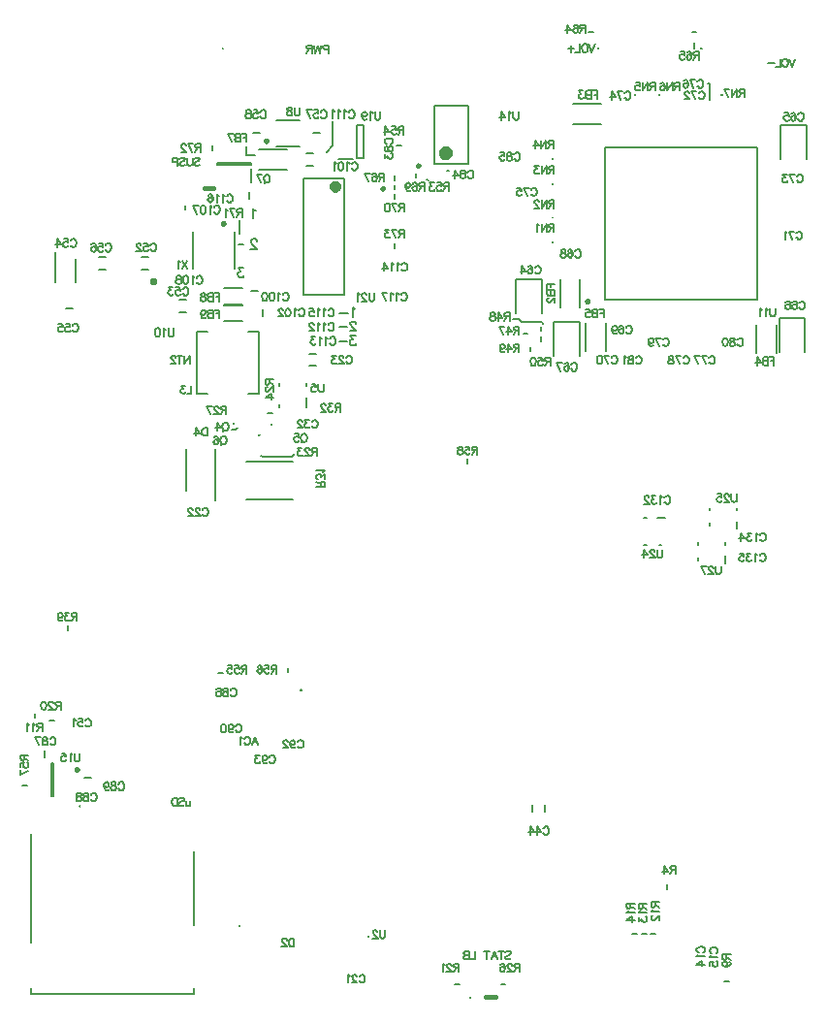
<source format=gbo>
%FSTAX23Y23*%
%MOIN*%
%SFA1B1*%

%IPPOS*%
%ADD10C,0.009800*%
%ADD11C,0.007900*%
%ADD12C,0.003900*%
%ADD13C,0.005900*%
%ADD15C,0.015700*%
%ADD16C,0.006000*%
%ADD17C,0.005100*%
%ADD208C,0.019700*%
%ADD213C,0.023600*%
%ADD335C,0.012800*%
%LNmain_board-1*%
%LPD*%
G54D10*
X03681Y03912D02*
D01*
X03681Y03912*
X03681Y03913*
X03681Y03913*
X03681Y03913*
X0368Y03914*
X0368Y03914*
X0368Y03914*
X0368Y03914*
X0368Y03915*
X0368Y03915*
X03679Y03915*
X03679Y03916*
X03679Y03916*
X03679Y03916*
X03678Y03916*
X03678Y03916*
X03678Y03916*
X03677Y03917*
X03677Y03917*
X03677Y03917*
X03676Y03917*
X03676Y03917*
X03676*
X03675Y03917*
X03675Y03917*
X03675Y03917*
X03674Y03917*
X03674Y03916*
X03674Y03916*
X03673Y03916*
X03673Y03916*
X03673Y03916*
X03673Y03916*
X03672Y03915*
X03672Y03915*
X03672Y03915*
X03672Y03914*
X03671Y03914*
X03671Y03914*
X03671Y03914*
X03671Y03913*
X03671Y03913*
X03671Y03913*
X03671Y03912*
X03671Y03912*
X03671Y03912*
X03671Y03911*
X03671Y03911*
X03671Y03911*
X03671Y0391*
X03671Y0391*
X03671Y0391*
X03672Y03909*
X03672Y03909*
X03672Y03909*
X03672Y03908*
X03673Y03908*
X03673Y03908*
X03673Y03908*
X03673Y03908*
X03674Y03907*
X03674Y03907*
X03674Y03907*
X03675Y03907*
X03675Y03907*
X03675Y03907*
X03676Y03907*
X03676*
X03676Y03907*
X03677Y03907*
X03677Y03907*
X03677Y03907*
X03678Y03907*
X03678Y03907*
X03678Y03908*
X03679Y03908*
X03679Y03908*
X03679Y03908*
X03679Y03908*
X0368Y03909*
X0368Y03909*
X0368Y03909*
X0368Y0391*
X0368Y0391*
X0368Y0391*
X03681Y03911*
X03681Y03911*
X03681Y03911*
X03681Y03912*
X03681Y03912*
X04384Y03524D02*
D01*
X04384Y03524*
X04384Y03524*
X04384Y03525*
X04384Y03525*
X04384Y03525*
X04384Y03526*
X04383Y03526*
X04383Y03526*
X04383Y03527*
X04383Y03527*
X04383Y03527*
X04382Y03527*
X04382Y03528*
X04382Y03528*
X04382Y03528*
X04381Y03528*
X04381Y03528*
X04381Y03528*
X0438Y03529*
X0438Y03529*
X0438Y03529*
X04379Y03529*
X04379*
X04379Y03529*
X04378Y03529*
X04378Y03529*
X04378Y03528*
X04377Y03528*
X04377Y03528*
X04377Y03528*
X04376Y03528*
X04376Y03528*
X04376Y03527*
X04376Y03527*
X04375Y03527*
X04375Y03527*
X04375Y03526*
X04375Y03526*
X04375Y03526*
X04374Y03525*
X04374Y03525*
X04374Y03525*
X04374Y03524*
X04374Y03524*
X04374Y03524*
X04374Y03523*
X04374Y03523*
X04374Y03523*
X04374Y03522*
X04374Y03522*
X04375Y03522*
X04375Y03521*
X04375Y03521*
X04375Y03521*
X04375Y03521*
X04376Y0352*
X04376Y0352*
X04376Y0352*
X04376Y0352*
X04377Y0352*
X04377Y03519*
X04377Y03519*
X04378Y03519*
X04378Y03519*
X04378Y03519*
X04379Y03519*
X04379Y03519*
X04379*
X0438Y03519*
X0438Y03519*
X0438Y03519*
X04381Y03519*
X04381Y03519*
X04381Y03519*
X04382Y0352*
X04382Y0352*
X04382Y0352*
X04382Y0352*
X04383Y0352*
X04383Y03521*
X04383Y03521*
X04383Y03521*
X04383Y03521*
X04384Y03522*
X04384Y03522*
X04384Y03522*
X04384Y03523*
X04384Y03523*
X04384Y03523*
X04384Y03524*
X03132Y03792D02*
D01*
X03132Y03792*
X03132Y03792*
X03132Y03793*
X03132Y03793*
X03132Y03793*
X03132Y03794*
X03132Y03794*
X03132Y03794*
X03131Y03795*
X03131Y03795*
X03131Y03795*
X03131Y03795*
X03131Y03796*
X0313Y03796*
X0313Y03796*
X0313Y03796*
X03129Y03796*
X03129Y03796*
X03129Y03797*
X03128Y03797*
X03128Y03797*
X03128Y03797*
X03127*
X03127Y03797*
X03127Y03797*
X03126Y03797*
X03126Y03796*
X03126Y03796*
X03125Y03796*
X03125Y03796*
X03125Y03796*
X03124Y03796*
X03124Y03795*
X03124Y03795*
X03124Y03795*
X03124Y03795*
X03123Y03794*
X03123Y03794*
X03123Y03794*
X03123Y03793*
X03123Y03793*
X03123Y03793*
X03123Y03792*
X03123Y03792*
X03123Y03792*
X03123Y03791*
X03123Y03791*
X03123Y03791*
X03123Y0379*
X03123Y0379*
X03123Y0379*
X03123Y03789*
X03123Y03789*
X03124Y03789*
X03124Y03789*
X03124Y03788*
X03124Y03788*
X03124Y03788*
X03125Y03788*
X03125Y03788*
X03125Y03787*
X03126Y03787*
X03126Y03787*
X03126Y03787*
X03127Y03787*
X03127Y03787*
X03127Y03787*
X03128*
X03128Y03787*
X03128Y03787*
X03129Y03787*
X03129Y03787*
X03129Y03787*
X0313Y03787*
X0313Y03788*
X0313Y03788*
X03131Y03788*
X03131Y03788*
X03131Y03788*
X03131Y03789*
X03131Y03789*
X03132Y03789*
X03132Y03789*
X03132Y0379*
X03132Y0379*
X03132Y0379*
X03132Y03791*
X03132Y03791*
X03132Y03791*
X03132Y03792*
X02629Y01914D02*
D01*
X02629Y01915*
X02629Y01915*
X02628Y01915*
X02628Y01916*
X02628Y01916*
X02628Y01916*
X02628Y01917*
X02628Y01917*
X02628Y01917*
X02627Y01918*
X02627Y01918*
X02627Y01918*
X02627Y01918*
X02626Y01918*
X02626Y01919*
X02626Y01919*
X02626Y01919*
X02625Y01919*
X02625Y01919*
X02625Y01919*
X02624Y01919*
X02624Y01919*
X02624*
X02623Y01919*
X02623Y01919*
X02623Y01919*
X02622Y01919*
X02622Y01919*
X02622Y01919*
X02621Y01919*
X02621Y01918*
X02621Y01918*
X0262Y01918*
X0262Y01918*
X0262Y01918*
X0262Y01917*
X0262Y01917*
X02619Y01917*
X02619Y01916*
X02619Y01916*
X02619Y01916*
X02619Y01915*
X02619Y01915*
X02619Y01915*
X02619Y01914*
X02619Y01914*
X02619Y01914*
X02619Y01913*
X02619Y01913*
X02619Y01913*
X02619Y01912*
X02619Y01912*
X0262Y01912*
X0262Y01912*
X0262Y01911*
X0262Y01911*
X0262Y01911*
X02621Y01911*
X02621Y0191*
X02621Y0191*
X02622Y0191*
X02622Y0191*
X02622Y0191*
X02623Y0191*
X02623Y0191*
X02623Y0191*
X02624Y0191*
X02624*
X02624Y0191*
X02625Y0191*
X02625Y0191*
X02625Y0191*
X02626Y0191*
X02626Y0191*
X02626Y0191*
X02626Y0191*
X02627Y01911*
X02627Y01911*
X02627Y01911*
X02627Y01911*
X02628Y01912*
X02628Y01912*
X02628Y01912*
X02628Y01912*
X02628Y01913*
X02628Y01913*
X02628Y01913*
X02629Y01914*
X02629Y01914*
X02629Y01914*
X03802Y0399D02*
D01*
X03802Y0399*
X03802Y0399*
X03802Y03991*
X03802Y03991*
X03801Y03991*
X03801Y03992*
X03801Y03992*
X03801Y03992*
X03801Y03993*
X03801Y03993*
X038Y03993*
X038Y03993*
X038Y03994*
X038Y03994*
X03799Y03994*
X03799Y03994*
X03799Y03994*
X03798Y03994*
X03798Y03994*
X03798Y03995*
X03797Y03995*
X03797Y03995*
X03797*
X03796Y03995*
X03796Y03995*
X03796Y03994*
X03795Y03994*
X03795Y03994*
X03795Y03994*
X03794Y03994*
X03794Y03994*
X03794Y03994*
X03794Y03993*
X03793Y03993*
X03793Y03993*
X03793Y03993*
X03793Y03992*
X03792Y03992*
X03792Y03992*
X03792Y03991*
X03792Y03991*
X03792Y03991*
X03792Y0399*
X03792Y0399*
X03792Y0399*
X03792Y03989*
X03792Y03989*
X03792Y03989*
X03792Y03988*
X03792Y03988*
X03792Y03988*
X03792Y03987*
X03793Y03987*
X03793Y03987*
X03793Y03987*
X03793Y03986*
X03794Y03986*
X03794Y03986*
X03794Y03986*
X03794Y03985*
X03795Y03985*
X03795Y03985*
X03795Y03985*
X03796Y03985*
X03796Y03985*
X03796Y03985*
X03797Y03985*
X03797*
X03797Y03985*
X03798Y03985*
X03798Y03985*
X03798Y03985*
X03799Y03985*
X03799Y03985*
X03799Y03985*
X038Y03986*
X038Y03986*
X038Y03986*
X038Y03986*
X03801Y03987*
X03801Y03987*
X03801Y03987*
X03801Y03987*
X03801Y03988*
X03801Y03988*
X03802Y03988*
X03802Y03989*
X03802Y03989*
X03802Y03989*
X03802Y0399*
X0328Y04075D02*
D01*
X0328Y04076*
X0328Y04076*
X0328Y04076*
X0328Y04077*
X0328Y04077*
X03279Y04077*
X03279Y04078*
X03279Y04078*
X03279Y04078*
X03279Y04078*
X03278Y04079*
X03278Y04079*
X03278Y04079*
X03278Y04079*
X03277Y0408*
X03277Y0408*
X03277Y0408*
X03276Y0408*
X03276Y0408*
X03276Y0408*
X03275Y0408*
X03275Y0408*
X03275*
X03274Y0408*
X03274Y0408*
X03274Y0408*
X03273Y0408*
X03273Y0408*
X03273Y0408*
X03272Y0408*
X03272Y04079*
X03272Y04079*
X03272Y04079*
X03271Y04079*
X03271Y04078*
X03271Y04078*
X03271Y04078*
X03271Y04078*
X0327Y04077*
X0327Y04077*
X0327Y04077*
X0327Y04076*
X0327Y04076*
X0327Y04076*
X0327Y04075*
X0327Y04075*
X0327Y04075*
X0327Y04074*
X0327Y04074*
X0327Y04074*
X0327Y04073*
X03271Y04073*
X03271Y04073*
X03271Y04072*
X03271Y04072*
X03271Y04072*
X03272Y04072*
X03272Y04071*
X03272Y04071*
X03272Y04071*
X03273Y04071*
X03273Y04071*
X03273Y04071*
X03274Y04071*
X03274Y0407*
X03274Y0407*
X03275Y0407*
X03275*
X03275Y0407*
X03276Y0407*
X03276Y04071*
X03276Y04071*
X03277Y04071*
X03277Y04071*
X03277Y04071*
X03278Y04071*
X03278Y04071*
X03278Y04072*
X03278Y04072*
X03279Y04072*
X03279Y04072*
X03279Y04073*
X03279Y04073*
X03279Y04073*
X0328Y04074*
X0328Y04074*
X0328Y04074*
X0328Y04075*
X0328Y04075*
X0328Y04075*
G54D11*
X03393Y02187D02*
D01*
X03393Y02186*
X03393Y02186*
X03393Y02186*
X03393Y02186*
X03393Y02186*
X03393Y02186*
X03393Y02186*
X03394Y02185*
X03394Y02185*
X03394Y02185*
X03394Y02185*
X03394Y02185*
X03394Y02185*
X03394Y02185*
X03394Y02185*
X03394Y02185*
X03394Y02185*
X03395Y02185*
X03395Y02185*
X03395Y02185*
X03395Y02185*
X03395Y02185*
X03395*
X03395Y02185*
X03396Y02185*
X03396Y02185*
X03396Y02185*
X03396Y02185*
X03396Y02185*
X03396Y02185*
X03396Y02185*
X03396Y02185*
X03397Y02185*
X03397Y02185*
X03397Y02185*
X03397Y02185*
X03397Y02185*
X03397Y02186*
X03397Y02186*
X03397Y02186*
X03397Y02186*
X03397Y02186*
X03397Y02186*
X03397Y02186*
X03397Y02187*
D01*
X03397Y02187*
X03397Y02187*
X03397Y02187*
X03397Y02187*
X03397Y02187*
X03397Y02187*
X03397Y02187*
X03397Y02188*
X03397Y02188*
X03397Y02188*
X03397Y02188*
X03396Y02188*
X03396Y02188*
X03396Y02188*
X03396Y02188*
X03396Y02188*
X03396Y02188*
X03396Y02188*
X03396Y02188*
X03395Y02188*
X03395Y02188*
X03395Y02188*
X03395*
X03395Y02188*
X03395Y02188*
X03395Y02188*
X03394Y02188*
X03394Y02188*
X03394Y02188*
X03394Y02188*
X03394Y02188*
X03394Y02188*
X03394Y02188*
X03394Y02188*
X03394Y02188*
X03393Y02188*
X03393Y02188*
X03393Y02187*
X03393Y02187*
X03393Y02187*
X03393Y02187*
X03393Y02187*
X03393Y02187*
X03393Y02187*
X03393Y02187*
D01*
X03393Y02186*
X03393Y02186*
X03393Y02186*
X03393Y02186*
X03393Y02186*
X03393Y02186*
X03393Y02186*
X03394Y02185*
X03394Y02185*
X03394Y02185*
X03394Y02185*
X03394Y02185*
X03394Y02185*
X03394Y02185*
X03394Y02185*
X03394Y02185*
X03394Y02185*
X03395Y02185*
X03395Y02185*
X03395Y02185*
X03395Y02185*
X03395Y02185*
X03395*
X03395Y02185*
X03396Y02185*
X03396Y02185*
X03396Y02185*
X03396Y02185*
X03396Y02185*
X03396Y02185*
X03396Y02185*
X03396Y02185*
X03397Y02185*
X03397Y02185*
X03397Y02185*
X03397Y02185*
X03397Y02185*
X03397Y02186*
X03397Y02186*
X03397Y02186*
X03397Y02186*
X03397Y02186*
X03397Y02186*
X03397Y02186*
X03397Y02187*
X03402Y03946D02*
X03544D01*
X03402Y03545D02*
Y03946D01*
Y03545D02*
X03544D01*
Y03946*
X05045Y04128D02*
Y04011D01*
Y04128D02*
X05133D01*
Y04011D02*
Y04128D01*
X04135Y03483D02*
Y036D01*
X04224*
Y03483D02*
Y036D01*
X04353Y03336D02*
Y03453D01*
X04264D02*
X04353D01*
X04264Y03336D02*
Y03453D01*
X0504Y03349D02*
Y03466D01*
X05128*
Y03349*
X04372Y03352D02*
Y03449D01*
X04442Y03352D02*
Y03449D01*
X03037Y03419D02*
X03075D01*
X03214D02*
X03251D01*
Y03205D02*
Y03419D01*
X03037Y03205D02*
X03075D01*
X03214D02*
X03251D01*
X03037D02*
Y03419D01*
X04441Y03528D02*
Y04051D01*
X04965*
Y03528D02*
Y04051D01*
X04441Y03528D02*
X04965D01*
X02468Y01141D02*
Y01161D01*
Y01141D02*
X03027D01*
Y01161*
X02468Y01318D02*
Y01692D01*
X03027Y01378D02*
Y01633D01*
X03001Y03016D02*
Y02871D01*
X03099Y0284D02*
Y03016D01*
X02551Y03588D02*
Y03694D01*
X02621Y03589D02*
Y0367D01*
X04853Y02687D02*
Y02695D01*
X0476Y02687D02*
Y02695D01*
Y02634D02*
Y02643D01*
X04853Y02623D02*
Y02648D01*
X02586Y035D02*
X0261D01*
X03022Y03636D02*
Y03762D01*
X03166Y03636D02*
Y03762D01*
X04331Y04133D02*
X04428D01*
X04331Y04202D02*
X04428D01*
X0503Y03347D02*
Y03444D01*
X04961Y03347D02*
Y03444D01*
X04892Y02741D02*
Y02766D01*
X048Y02753D02*
Y02761D01*
Y02805D02*
Y02814D01*
X04892Y02805D02*
Y02814D01*
X02515Y01956D02*
Y0198D01*
X02536Y01821D02*
Y01935D01*
Y01821D02*
X02542D01*
Y01935*
X02536D02*
X02542D01*
X03263Y03472D02*
Y03496D01*
X03249Y04045D02*
X03346D01*
X03249Y03976D02*
X03346D01*
X03208Y02844D02*
X03366D01*
X03208Y02974D02*
X03366D01*
X0332Y03159D02*
Y03169D01*
Y03232D02*
Y03242D01*
X03415Y03232D02*
Y03242D01*
Y03159D02*
Y03192D01*
X03225Y03931D02*
Y03978D01*
X03108Y03992D02*
X03222D01*
X03108D02*
Y04D01*
X03222*
Y03992D02*
Y04D01*
X03586Y04016D02*
X0361D01*
Y0413*
X03586D02*
X0361D01*
X03586Y04016D02*
Y0413D01*
X03525Y04014D02*
X03572D01*
X04573Y02779D02*
X04582D01*
X04573Y02687D02*
X04582D01*
X04626D02*
X04634D01*
X04621Y02779D02*
X04646D01*
X03852Y04195D02*
X0397D01*
X03852Y03995D02*
X0397D01*
Y04195*
X03852D02*
Y03995D01*
X02649Y01885D02*
X02673D01*
X03311Y04147D02*
X03389D01*
X03311Y04055D02*
X03389D01*
X03437Y04101D02*
X0346D01*
X03216Y03877D02*
Y039D01*
X03229Y04101D02*
X03253D01*
X04286Y03503D02*
Y036D01*
X04355Y03503D02*
Y036D01*
X03129Y03568D02*
X03195D01*
X03129Y0351D02*
X03195D01*
X03129Y03513D02*
X03195D01*
X03129Y03455D02*
X03195D01*
X03224Y03559D02*
X03248D01*
G54D12*
X03164Y03103D02*
D01*
X03164Y03103*
X03164Y03103*
X03164Y03103*
X03164Y03103*
X03164Y03103*
X03164Y03104*
X03164Y03104*
X03164Y03104*
X03164Y03104*
X03164Y03104*
X03164Y03104*
X03164Y03104*
X03164Y03104*
X03164Y03104*
X03163Y03105*
X03163Y03105*
X03163Y03105*
X03163Y03105*
X03163Y03105*
X03163Y03105*
X03163Y03105*
X03162Y03105*
X03162*
X03162Y03105*
X03162Y03105*
X03162Y03105*
X03162Y03105*
X03162Y03105*
X03162Y03105*
X03161Y03105*
X03161Y03104*
X03161Y03104*
X03161Y03104*
X03161Y03104*
X03161Y03104*
X03161Y03104*
X03161Y03104*
X03161Y03104*
X03161Y03104*
X03161Y03103*
X0316Y03103*
X0316Y03103*
X0316Y03103*
X0316Y03103*
X0316Y03103*
D01*
X0316Y03103*
X0316Y03103*
X0316Y03102*
X0316Y03102*
X03161Y03102*
X03161Y03102*
X03161Y03102*
X03161Y03102*
X03161Y03102*
X03161Y03102*
X03161Y03101*
X03161Y03101*
X03161Y03101*
X03161Y03101*
X03161Y03101*
X03162Y03101*
X03162Y03101*
X03162Y03101*
X03162Y03101*
X03162Y03101*
X03162Y03101*
X03162Y03101*
X03162*
X03163Y03101*
X03163Y03101*
X03163Y03101*
X03163Y03101*
X03163Y03101*
X03163Y03101*
X03163Y03101*
X03164Y03101*
X03164Y03101*
X03164Y03101*
X03164Y03101*
X03164Y03102*
X03164Y03102*
X03164Y03102*
X03164Y03102*
X03164Y03102*
X03164Y03102*
X03164Y03102*
X03164Y03102*
X03164Y03103*
X03164Y03103*
X03164Y03103*
X03293Y03104D02*
D01*
X03293Y03104*
X03293Y03104*
X03292Y03104*
X03292Y03104*
X03292Y03104*
X03292Y03104*
X03292Y03104*
X03292Y03103*
X03292Y03103*
X03292Y03103*
X03291Y03103*
X03291Y03103*
X03291Y03103*
X03291Y03103*
X03291Y03103*
X03291Y03103*
X03291Y03103*
X03291Y03102*
X03291Y03102*
X03291Y03102*
X03291Y03102*
X03291Y03102*
Y03102*
X03291Y03102*
X03291Y03101*
X03291Y03101*
X03291Y03101*
X03291Y03101*
X03291Y03101*
X03291Y03101*
X03291Y03101*
X03291Y03101*
X03291Y031*
X03291Y031*
X03292Y031*
X03292Y031*
X03292Y031*
X03292Y031*
X03292Y031*
X03292Y031*
X03292Y031*
X03292Y031*
X03293Y031*
X03293Y031*
X03293Y031*
D01*
X03293Y031*
X03293Y031*
X03293Y031*
X03293Y031*
X03293Y031*
X03294Y031*
X03294Y031*
X03294Y031*
X03294Y031*
X03294Y031*
X03294Y031*
X03294Y03101*
X03294Y03101*
X03294Y03101*
X03295Y03101*
X03295Y03101*
X03295Y03101*
X03295Y03101*
X03295Y03101*
X03295Y03102*
X03295Y03102*
X03295Y03102*
Y03102*
X03295Y03102*
X03295Y03102*
X03295Y03102*
X03295Y03103*
X03295Y03103*
X03295Y03103*
X03295Y03103*
X03294Y03103*
X03294Y03103*
X03294Y03103*
X03294Y03103*
X03294Y03103*
X03294Y03104*
X03294Y03104*
X03294Y03104*
X03294Y03104*
X03293Y03104*
X03293Y03104*
X03293Y03104*
X03293Y03104*
X03293Y03104*
X03293Y03104*
X03252Y03065D02*
D01*
X03251Y03065*
X03251Y03065*
X03251Y03065*
X03251Y03065*
X03251Y03065*
X03251Y03065*
X03251Y03065*
X03251Y03066*
X03251Y03066*
X03251Y03066*
X03251Y03066*
X03251Y03066*
X03251Y03066*
X03251Y03066*
X03251Y03066*
X0325Y03066*
X0325Y03066*
X0325Y03066*
X0325Y03066*
X0325Y03066*
X0325Y03066*
X0325Y03066*
X03249*
X03249Y03066*
X03249Y03066*
X03249Y03066*
X03249Y03066*
X03249Y03066*
X03249Y03066*
X03249Y03066*
X03248Y03066*
X03248Y03066*
X03248Y03066*
X03248Y03066*
X03248Y03066*
X03248Y03066*
X03248Y03066*
X03248Y03065*
X03248Y03065*
X03248Y03065*
X03248Y03065*
X03248Y03065*
X03248Y03065*
X03248Y03065*
X03248Y03065*
D01*
X03248Y03064*
X03248Y03064*
X03248Y03064*
X03248Y03064*
X03248Y03064*
X03248Y03064*
X03248Y03064*
X03248Y03063*
X03248Y03063*
X03248Y03063*
X03248Y03063*
X03248Y03063*
X03248Y03063*
X03248Y03063*
X03249Y03063*
X03249Y03063*
X03249Y03063*
X03249Y03063*
X03249Y03063*
X03249Y03063*
X03249Y03063*
X03249Y03063*
X0325*
X0325Y03063*
X0325Y03063*
X0325Y03063*
X0325Y03063*
X0325Y03063*
X0325Y03063*
X03251Y03063*
X03251Y03063*
X03251Y03063*
X03251Y03063*
X03251Y03063*
X03251Y03063*
X03251Y03063*
X03251Y03063*
X03251Y03064*
X03251Y03064*
X03251Y03064*
X03251Y03064*
X03251Y03064*
X03251Y03064*
X03251Y03064*
X03252Y03065*
X03181Y01377D02*
D01*
X03181Y01376*
X03181Y01376*
X03181Y01376*
X03181Y01376*
X03181Y01376*
X03181Y01376*
X03181Y01376*
X03181Y01375*
X03181Y01375*
X03182Y01375*
X03182Y01375*
X03182Y01375*
X03182Y01375*
X03182Y01375*
X03182Y01375*
X03182Y01375*
X03182Y01375*
X03182Y01375*
X03183Y01375*
X03183Y01375*
X03183Y01375*
X03183Y01375*
X03183*
X03183Y01375*
X03183Y01375*
X03184Y01375*
X03184Y01375*
X03184Y01375*
X03184Y01375*
X03184Y01375*
X03184Y01375*
X03184Y01375*
X03184Y01375*
X03185Y01375*
X03185Y01375*
X03185Y01375*
X03185Y01375*
X03185Y01376*
X03185Y01376*
X03185Y01376*
X03185Y01376*
X03185Y01376*
X03185Y01376*
X03185Y01376*
X03185Y01377*
D01*
X03185Y01377*
X03185Y01377*
X03185Y01377*
X03185Y01377*
X03185Y01377*
X03185Y01377*
X03185Y01377*
X03185Y01378*
X03185Y01378*
X03185Y01378*
X03184Y01378*
X03184Y01378*
X03184Y01378*
X03184Y01378*
X03184Y01378*
X03184Y01378*
X03184Y01378*
X03184Y01378*
X03183Y01378*
X03183Y01378*
X03183Y01378*
X03183Y01378*
X03183*
X03183Y01378*
X03183Y01378*
X03183Y01378*
X03182Y01378*
X03182Y01378*
X03182Y01378*
X03182Y01378*
X03182Y01378*
X03182Y01378*
X03182Y01378*
X03182Y01378*
X03181Y01378*
X03181Y01378*
X03181Y01378*
X03181Y01377*
X03181Y01377*
X03181Y01377*
X03181Y01377*
X03181Y01377*
X03181Y01377*
X03181Y01377*
X03181Y01377*
X04768Y04393D02*
D01*
X04768Y04393*
X04768Y04393*
X04768Y04393*
X04768Y04393*
X04768Y04393*
X04768Y04392*
X04768Y04392*
X04768Y04392*
X04768Y04392*
X04768Y04392*
X04768Y04392*
X04768Y04392*
X04768Y04392*
X04768Y04392*
X04769Y04391*
X04769Y04391*
X04769Y04391*
X04769Y04391*
X04769Y04391*
X04769Y04391*
X04769Y04391*
X04769Y04391*
X0477*
X0477Y04391*
X0477Y04391*
X0477Y04391*
X0477Y04391*
X0477Y04391*
X0477Y04391*
X04771Y04391*
X04771Y04392*
X04771Y04392*
X04771Y04392*
X04771Y04392*
X04771Y04392*
X04771Y04392*
X04771Y04392*
X04771Y04392*
X04771Y04392*
X04771Y04393*
X04771Y04393*
X04771Y04393*
X04771Y04393*
X04771Y04393*
X04772Y04393*
D01*
X04771Y04393*
X04771Y04393*
X04771Y04394*
X04771Y04394*
X04771Y04394*
X04771Y04394*
X04771Y04394*
X04771Y04394*
X04771Y04394*
X04771Y04394*
X04771Y04395*
X04771Y04395*
X04771Y04395*
X04771Y04395*
X04771Y04395*
X0477Y04395*
X0477Y04395*
X0477Y04395*
X0477Y04395*
X0477Y04395*
X0477Y04395*
X0477Y04395*
X04769*
X04769Y04395*
X04769Y04395*
X04769Y04395*
X04769Y04395*
X04769Y04395*
X04769Y04395*
X04769Y04395*
X04768Y04395*
X04768Y04395*
X04768Y04395*
X04768Y04395*
X04768Y04394*
X04768Y04394*
X04768Y04394*
X04768Y04394*
X04768Y04394*
X04768Y04394*
X04768Y04394*
X04768Y04394*
X04768Y04393*
X04768Y04393*
X04768Y04393*
X02633Y01787D02*
D01*
X02634Y01787*
X02634Y01787*
X02634Y01787*
X02634Y01787*
X02634Y01787*
X02634Y01787*
X02634Y01788*
X02634Y01788*
X02635Y01788*
X02635Y01788*
X02635Y01788*
X02635Y01788*
X02635Y01788*
X02635Y01788*
X02635Y01788*
X02635Y01788*
X02635Y01789*
X02635Y01789*
X02635Y01789*
X02635Y01789*
X02635Y01789*
X02635Y01789*
Y01789*
X02635Y0179*
X02635Y0179*
X02635Y0179*
X02635Y0179*
X02635Y0179*
X02635Y0179*
X02635Y0179*
X02635Y0179*
X02635Y01791*
X02635Y01791*
X02635Y01791*
X02635Y01791*
X02635Y01791*
X02634Y01791*
X02634Y01791*
X02634Y01791*
X02634Y01791*
X02634Y01791*
X02634Y01791*
X02634Y01791*
X02634Y01791*
X02633Y01791*
D01*
X02633Y01791*
X02633Y01791*
X02633Y01791*
X02633Y01791*
X02633Y01791*
X02633Y01791*
X02632Y01791*
X02632Y01791*
X02632Y01791*
X02632Y01791*
X02632Y01791*
X02632Y01791*
X02632Y0179*
X02632Y0179*
X02632Y0179*
X02632Y0179*
X02632Y0179*
X02631Y0179*
X02631Y0179*
X02631Y0179*
X02631Y01789*
X02631Y01789*
Y01789*
X02631Y01789*
X02631Y01789*
X02631Y01789*
X02631Y01789*
X02632Y01788*
X02632Y01788*
X02632Y01788*
X02632Y01788*
X02632Y01788*
X02632Y01788*
X02632Y01788*
X02632Y01788*
X02632Y01788*
X02632Y01788*
X02632Y01787*
X02633Y01787*
X02633Y01787*
X02633Y01787*
X02633Y01787*
X02633Y01787*
X02633Y01787*
X02633Y01787*
X04417Y04393D02*
D01*
X04417Y04393*
X04417Y04393*
X04417Y04394*
X04417Y04394*
X04417Y04394*
X04417Y04394*
X04417Y04394*
X04417Y04394*
X04417Y04394*
X04417Y04394*
X04417Y04395*
X04416Y04395*
X04416Y04395*
X04416Y04395*
X04416Y04395*
X04416Y04395*
X04416Y04395*
X04416Y04395*
X04416Y04395*
X04415Y04395*
X04415Y04395*
X04415Y04395*
X04415*
X04415Y04395*
X04415Y04395*
X04415Y04395*
X04414Y04395*
X04414Y04395*
X04414Y04395*
X04414Y04395*
X04414Y04395*
X04414Y04395*
X04414Y04395*
X04414Y04395*
X04414Y04394*
X04413Y04394*
X04413Y04394*
X04413Y04394*
X04413Y04394*
X04413Y04394*
X04413Y04394*
X04413Y04394*
X04413Y04393*
X04413Y04393*
X04413Y04393*
D01*
X04413Y04393*
X04413Y04393*
X04413Y04393*
X04413Y04393*
X04413Y04393*
X04413Y04392*
X04413Y04392*
X04414Y04392*
X04414Y04392*
X04414Y04392*
X04414Y04392*
X04414Y04392*
X04414Y04392*
X04414Y04392*
X04414Y04391*
X04414Y04391*
X04414Y04391*
X04415Y04391*
X04415Y04391*
X04415Y04391*
X04415Y04391*
X04415Y04391*
X04415*
X04415Y04391*
X04416Y04391*
X04416Y04391*
X04416Y04391*
X04416Y04391*
X04416Y04391*
X04416Y04391*
X04416Y04392*
X04416Y04392*
X04417Y04392*
X04417Y04392*
X04417Y04392*
X04417Y04392*
X04417Y04392*
X04417Y04392*
X04417Y04392*
X04417Y04393*
X04417Y04393*
X04417Y04393*
X04417Y04393*
X04417Y04393*
X04417Y04393*
X03126D02*
D01*
X03126Y04393*
X03126Y04393*
X03126Y04394*
X03126Y04394*
X03126Y04394*
X03126Y04394*
X03126Y04394*
X03125Y04394*
X03125Y04394*
X03125Y04394*
X03125Y04395*
X03125Y04395*
X03125Y04395*
X03125Y04395*
X03125Y04395*
X03125Y04395*
X03125Y04395*
X03124Y04395*
X03124Y04395*
X03124Y04395*
X03124Y04395*
X03124Y04395*
X03124*
X03124Y04395*
X03123Y04395*
X03123Y04395*
X03123Y04395*
X03123Y04395*
X03123Y04395*
X03123Y04395*
X03123Y04395*
X03123Y04395*
X03122Y04395*
X03122Y04395*
X03122Y04394*
X03122Y04394*
X03122Y04394*
X03122Y04394*
X03122Y04394*
X03122Y04394*
X03122Y04394*
X03122Y04394*
X03122Y04393*
X03122Y04393*
X03122Y04393*
D01*
X03122Y04393*
X03122Y04393*
X03122Y04393*
X03122Y04393*
X03122Y04393*
X03122Y04392*
X03122Y04392*
X03122Y04392*
X03122Y04392*
X03122Y04392*
X03122Y04392*
X03123Y04392*
X03123Y04392*
X03123Y04392*
X03123Y04391*
X03123Y04391*
X03123Y04391*
X03123Y04391*
X03123Y04391*
X03124Y04391*
X03124Y04391*
X03124Y04391*
X03124*
X03124Y04391*
X03124Y04391*
X03124Y04391*
X03125Y04391*
X03125Y04391*
X03125Y04391*
X03125Y04391*
X03125Y04392*
X03125Y04392*
X03125Y04392*
X03125Y04392*
X03125Y04392*
X03126Y04392*
X03126Y04392*
X03126Y04392*
X03126Y04392*
X03126Y04393*
X03126Y04393*
X03126Y04393*
X03126Y04393*
X03126Y04393*
X03126Y04393*
X0484Y04237D02*
D01*
X0484Y04237*
X0484Y04237*
X0484Y04237*
X0484Y04237*
X04839Y04237*
X04839Y04237*
X04839Y04236*
X04839Y04236*
X04839Y04236*
X04839Y04236*
X04839Y04236*
X04839Y04236*
X04839Y04236*
X04838Y04236*
X04838Y04236*
X04838Y04236*
X04838Y04235*
X04838Y04235*
X04838Y04235*
X04838Y04235*
X04838Y04235*
X04838Y04235*
Y04235*
X04838Y04234*
X04838Y04234*
X04838Y04234*
X04838Y04234*
X04838Y04234*
X04838Y04234*
X04838Y04234*
X04838Y04234*
X04839Y04233*
X04839Y04233*
X04839Y04233*
X04839Y04233*
X04839Y04233*
X04839Y04233*
X04839Y04233*
X04839Y04233*
X04839Y04233*
X0484Y04233*
X0484Y04233*
X0484Y04233*
X0484Y04233*
X0484Y04233*
D01*
X0484Y04233*
X0484Y04233*
X04841Y04233*
X04841Y04233*
X04841Y04233*
X04841Y04233*
X04841Y04233*
X04841Y04233*
X04841Y04233*
X04841Y04233*
X04841Y04233*
X04842Y04233*
X04842Y04234*
X04842Y04234*
X04842Y04234*
X04842Y04234*
X04842Y04234*
X04842Y04234*
X04842Y04234*
X04842Y04234*
X04842Y04235*
X04842Y04235*
Y04235*
X04842Y04235*
X04842Y04235*
X04842Y04235*
X04842Y04235*
X04842Y04236*
X04842Y04236*
X04842Y04236*
X04842Y04236*
X04842Y04236*
X04842Y04236*
X04841Y04236*
X04841Y04236*
X04841Y04236*
X04841Y04236*
X04841Y04237*
X04841Y04237*
X04841Y04237*
X04841Y04237*
X04841Y04237*
X0484Y04237*
X0484Y04237*
X0484Y04237*
X03976Y01129D02*
D01*
X03976Y01129*
X03976Y01129*
X03976Y01129*
X03976Y01129*
X03977Y0113*
X03977Y0113*
X03977Y0113*
X03977Y0113*
X03977Y0113*
X03977Y0113*
X03977Y0113*
X03977Y0113*
X03977Y0113*
X03978Y0113*
X03978Y0113*
X03978Y01131*
X03978Y01131*
X03978Y01131*
X03978Y01131*
X03978Y01131*
X03978Y01131*
X03978Y01131*
Y01131*
X03978Y01132*
X03978Y01132*
X03978Y01132*
X03978Y01132*
X03978Y01132*
X03978Y01132*
X03978Y01132*
X03978Y01133*
X03977Y01133*
X03977Y01133*
X03977Y01133*
X03977Y01133*
X03977Y01133*
X03977Y01133*
X03977Y01133*
X03977Y01133*
X03977Y01133*
X03976Y01133*
X03976Y01133*
X03976Y01133*
X03976Y01133*
X03976Y01133*
D01*
X03976Y01133*
X03976Y01133*
X03975Y01133*
X03975Y01133*
X03975Y01133*
X03975Y01133*
X03975Y01133*
X03975Y01133*
X03975Y01133*
X03975Y01133*
X03975Y01133*
X03974Y01133*
X03974Y01133*
X03974Y01133*
X03974Y01132*
X03974Y01132*
X03974Y01132*
X03974Y01132*
X03974Y01132*
X03974Y01132*
X03974Y01132*
X03974Y01131*
Y01131*
X03974Y01131*
X03974Y01131*
X03974Y01131*
X03974Y01131*
X03974Y01131*
X03974Y01131*
X03974Y0113*
X03974Y0113*
X03974Y0113*
X03974Y0113*
X03975Y0113*
X03975Y0113*
X03975Y0113*
X03975Y0113*
X03975Y0113*
X03975Y0113*
X03975Y0113*
X03975Y01129*
X03975Y01129*
X03976Y01129*
X03976Y01129*
X03976Y01129*
X0426Y03813D02*
D01*
X0426Y03813*
X0426Y03813*
X0426Y03813*
X0426Y03813*
X0426Y03813*
X0426Y03813*
X0426Y03813*
X0426Y03814*
X0426Y03814*
X0426Y03814*
X0426Y03814*
X0426Y03814*
X0426Y03814*
X04259Y03814*
X04259Y03814*
X04259Y03814*
X04259Y03814*
X04259Y03814*
X04259Y03814*
X04259Y03814*
X04259Y03814*
X04258Y03814*
X04258*
X04258Y03814*
X04258Y03814*
X04258Y03814*
X04258Y03814*
X04258Y03814*
X04257Y03814*
X04257Y03814*
X04257Y03814*
X04257Y03814*
X04257Y03814*
X04257Y03814*
X04257Y03814*
X04257Y03814*
X04257Y03814*
X04257Y03813*
X04256Y03813*
X04256Y03813*
X04256Y03813*
X04256Y03813*
X04256Y03813*
X04256Y03813*
X04256Y03813*
D01*
X04256Y03812*
X04256Y03812*
X04256Y03812*
X04256Y03812*
X04257Y03812*
X04257Y03812*
X04257Y03812*
X04257Y03811*
X04257Y03811*
X04257Y03811*
X04257Y03811*
X04257Y03811*
X04257Y03811*
X04257Y03811*
X04257Y03811*
X04258Y03811*
X04258Y03811*
X04258Y03811*
X04258Y03811*
X04258Y03811*
X04258Y03811*
X04258Y03811*
X04258*
X04259Y03811*
X04259Y03811*
X04259Y03811*
X04259Y03811*
X04259Y03811*
X04259Y03811*
X04259Y03811*
X0426Y03811*
X0426Y03811*
X0426Y03811*
X0426Y03811*
X0426Y03811*
X0426Y03811*
X0426Y03811*
X0426Y03812*
X0426Y03812*
X0426Y03812*
X0426Y03812*
X0426Y03812*
X0426Y03812*
X0426Y03812*
X0426Y03813*
X04256Y03928D02*
D01*
X04256Y03927*
X04256Y03927*
X04256Y03927*
X04256Y03927*
X04257Y03927*
X04257Y03927*
X04257Y03927*
X04257Y03927*
X04257Y03926*
X04257Y03926*
X04257Y03926*
X04257Y03926*
X04257Y03926*
X04257Y03926*
X04257Y03926*
X04258Y03926*
X04258Y03926*
X04258Y03926*
X04258Y03926*
X04258Y03926*
X04258Y03926*
X04258Y03926*
X04258*
X04259Y03926*
X04259Y03926*
X04259Y03926*
X04259Y03926*
X04259Y03926*
X04259Y03926*
X04259Y03926*
X0426Y03926*
X0426Y03926*
X0426Y03926*
X0426Y03926*
X0426Y03926*
X0426Y03926*
X0426Y03927*
X0426Y03927*
X0426Y03927*
X0426Y03927*
X0426Y03927*
X0426Y03927*
X0426Y03927*
X0426Y03927*
X0426Y03928*
D01*
X0426Y03928*
X0426Y03928*
X0426Y03928*
X0426Y03928*
X0426Y03928*
X0426Y03928*
X0426Y03929*
X0426Y03929*
X0426Y03929*
X0426Y03929*
X0426Y03929*
X0426Y03929*
X0426Y03929*
X04259Y03929*
X04259Y03929*
X04259Y03929*
X04259Y03929*
X04259Y0393*
X04259Y0393*
X04259Y0393*
X04259Y0393*
X04258Y0393*
X04258*
X04258Y0393*
X04258Y0393*
X04258Y0393*
X04258Y0393*
X04258Y03929*
X04257Y03929*
X04257Y03929*
X04257Y03929*
X04257Y03929*
X04257Y03929*
X04257Y03929*
X04257Y03929*
X04257Y03929*
X04257Y03929*
X04257Y03929*
X04256Y03928*
X04256Y03928*
X04256Y03928*
X04256Y03928*
X04256Y03928*
X04256Y03928*
X04256Y03928*
X04541Y04233D02*
D01*
X04541Y04233*
X04541Y04233*
X04541Y04233*
X04541Y04233*
X04541Y04233*
X04542Y04233*
X04542Y04233*
X04542Y04233*
X04542Y04233*
X04542Y04233*
X04542Y04233*
X04542Y04233*
X04542Y04234*
X04542Y04234*
X04543Y04234*
X04543Y04234*
X04543Y04234*
X04543Y04234*
X04543Y04234*
X04543Y04234*
X04543Y04235*
X04543Y04235*
Y04235*
X04543Y04235*
X04543Y04235*
X04543Y04235*
X04543Y04235*
X04543Y04236*
X04543Y04236*
X04543Y04236*
X04542Y04236*
X04542Y04236*
X04542Y04236*
X04542Y04236*
X04542Y04236*
X04542Y04236*
X04542Y04236*
X04542Y04237*
X04542Y04237*
X04541Y04237*
X04541Y04237*
X04541Y04237*
X04541Y04237*
X04541Y04237*
X04541Y04237*
D01*
X04541Y04237*
X04541Y04237*
X0454Y04237*
X0454Y04237*
X0454Y04237*
X0454Y04237*
X0454Y04236*
X0454Y04236*
X0454Y04236*
X0454Y04236*
X04539Y04236*
X04539Y04236*
X04539Y04236*
X04539Y04236*
X04539Y04236*
X04539Y04236*
X04539Y04235*
X04539Y04235*
X04539Y04235*
X04539Y04235*
X04539Y04235*
X04539Y04235*
Y04235*
X04539Y04234*
X04539Y04234*
X04539Y04234*
X04539Y04234*
X04539Y04234*
X04539Y04234*
X04539Y04234*
X04539Y04234*
X04539Y04233*
X04539Y04233*
X04539Y04233*
X0454Y04233*
X0454Y04233*
X0454Y04233*
X0454Y04233*
X0454Y04233*
X0454Y04233*
X0454Y04233*
X0454Y04233*
X04541Y04233*
X04541Y04233*
X04541Y04233*
X0426Y04013D02*
D01*
X0426Y04013*
X0426Y04014*
X0426Y04014*
X0426Y04014*
X0426Y04014*
X0426Y04014*
X0426Y04014*
X0426Y04014*
X0426Y04014*
X0426Y04015*
X0426Y04015*
X0426Y04015*
X0426Y04015*
X04259Y04015*
X04259Y04015*
X04259Y04015*
X04259Y04015*
X04259Y04015*
X04259Y04015*
X04259Y04015*
X04259Y04015*
X04258Y04015*
X04258*
X04258Y04015*
X04258Y04015*
X04258Y04015*
X04258Y04015*
X04258Y04015*
X04257Y04015*
X04257Y04015*
X04257Y04015*
X04257Y04015*
X04257Y04015*
X04257Y04015*
X04257Y04015*
X04257Y04014*
X04257Y04014*
X04257Y04014*
X04256Y04014*
X04256Y04014*
X04256Y04014*
X04256Y04014*
X04256Y04014*
X04256Y04013*
X04256Y04013*
D01*
X04256Y04013*
X04256Y04013*
X04256Y04013*
X04256Y04013*
X04257Y04013*
X04257Y04012*
X04257Y04012*
X04257Y04012*
X04257Y04012*
X04257Y04012*
X04257Y04012*
X04257Y04012*
X04257Y04012*
X04257Y04012*
X04257Y04012*
X04258Y04012*
X04258Y04011*
X04258Y04011*
X04258Y04011*
X04258Y04011*
X04258Y04011*
X04258Y04011*
X04258*
X04259Y04011*
X04259Y04011*
X04259Y04011*
X04259Y04011*
X04259Y04011*
X04259Y04012*
X04259Y04012*
X0426Y04012*
X0426Y04012*
X0426Y04012*
X0426Y04012*
X0426Y04012*
X0426Y04012*
X0426Y04012*
X0426Y04012*
X0426Y04012*
X0426Y04013*
X0426Y04013*
X0426Y04013*
X0426Y04013*
X0426Y04013*
X0426Y04013*
Y03727D02*
D01*
X0426Y03727*
X0426Y03727*
X0426Y03727*
X0426Y03727*
X0426Y03728*
X0426Y03728*
X0426Y03728*
X0426Y03728*
X0426Y03728*
X0426Y03728*
X0426Y03728*
X0426Y03728*
X0426Y03728*
X04259Y03729*
X04259Y03729*
X04259Y03729*
X04259Y03729*
X04259Y03729*
X04259Y03729*
X04259Y03729*
X04259Y03729*
X04258Y03729*
X04258*
X04258Y03729*
X04258Y03729*
X04258Y03729*
X04258Y03729*
X04258Y03729*
X04257Y03729*
X04257Y03729*
X04257Y03729*
X04257Y03728*
X04257Y03728*
X04257Y03728*
X04257Y03728*
X04257Y03728*
X04257Y03728*
X04257Y03728*
X04256Y03728*
X04256Y03728*
X04256Y03727*
X04256Y03727*
X04256Y03727*
X04256Y03727*
X04256Y03727*
D01*
X04256Y03727*
X04256Y03727*
X04256Y03726*
X04256Y03726*
X04257Y03726*
X04257Y03726*
X04257Y03726*
X04257Y03726*
X04257Y03726*
X04257Y03726*
X04257Y03726*
X04257Y03725*
X04257Y03725*
X04257Y03725*
X04257Y03725*
X04258Y03725*
X04258Y03725*
X04258Y03725*
X04258Y03725*
X04258Y03725*
X04258Y03725*
X04258Y03725*
X04258*
X04259Y03725*
X04259Y03725*
X04259Y03725*
X04259Y03725*
X04259Y03725*
X04259Y03725*
X04259Y03725*
X0426Y03725*
X0426Y03725*
X0426Y03725*
X0426Y03726*
X0426Y03726*
X0426Y03726*
X0426Y03726*
X0426Y03726*
X0426Y03726*
X0426Y03726*
X0426Y03726*
X0426Y03726*
X0426Y03727*
X0426Y03727*
X0426Y03727*
X04627Y04233D02*
D01*
X04627Y04233*
X04627Y04233*
X04627Y04233*
X04627Y04233*
X04627Y04233*
X04627Y04233*
X04627Y04233*
X04628Y04233*
X04628Y04233*
X04628Y04233*
X04628Y04233*
X04628Y04233*
X04628Y04234*
X04628Y04234*
X04628Y04234*
X04628Y04234*
X04628Y04234*
X04628Y04234*
X04628Y04234*
X04628Y04234*
X04628Y04235*
X04628Y04235*
Y04235*
X04628Y04235*
X04628Y04235*
X04628Y04235*
X04628Y04235*
X04628Y04236*
X04628Y04236*
X04628Y04236*
X04628Y04236*
X04628Y04236*
X04628Y04236*
X04628Y04236*
X04628Y04236*
X04628Y04236*
X04628Y04236*
X04627Y04237*
X04627Y04237*
X04627Y04237*
X04627Y04237*
X04627Y04237*
X04627Y04237*
X04627Y04237*
X04627Y04237*
D01*
X04626Y04237*
X04626Y04237*
X04626Y04237*
X04626Y04237*
X04626Y04237*
X04626Y04237*
X04626Y04236*
X04625Y04236*
X04625Y04236*
X04625Y04236*
X04625Y04236*
X04625Y04236*
X04625Y04236*
X04625Y04236*
X04625Y04236*
X04625Y04236*
X04625Y04235*
X04625Y04235*
X04625Y04235*
X04625Y04235*
X04625Y04235*
X04625Y04235*
Y04235*
X04625Y04234*
X04625Y04234*
X04625Y04234*
X04625Y04234*
X04625Y04234*
X04625Y04234*
X04625Y04234*
X04625Y04234*
X04625Y04233*
X04625Y04233*
X04625Y04233*
X04625Y04233*
X04625Y04233*
X04625Y04233*
X04626Y04233*
X04626Y04233*
X04626Y04233*
X04626Y04233*
X04626Y04233*
X04626Y04233*
X04626Y04233*
X04627Y04233*
X03628Y01341D02*
D01*
X03627Y01341*
X03627Y01341*
X03627Y01341*
X03627Y01342*
X03627Y01342*
X03627Y01342*
X03627Y01342*
X03627Y01342*
X03627Y01342*
X03627Y01342*
X03627Y01342*
X03627Y01342*
X03627Y01343*
X03627Y01343*
X03627Y01343*
X03626Y01343*
X03626Y01343*
X03626Y01343*
X03626Y01343*
X03626Y01343*
X03626Y01343*
X03626Y01343*
X03625*
X03625Y01343*
X03625Y01343*
X03625Y01343*
X03625Y01343*
X03625Y01343*
X03625Y01343*
X03625Y01343*
X03624Y01343*
X03624Y01343*
X03624Y01342*
X03624Y01342*
X03624Y01342*
X03624Y01342*
X03624Y01342*
X03624Y01342*
X03624Y01342*
X03624Y01342*
X03624Y01342*
X03624Y01341*
X03624Y01341*
X03624Y01341*
X03624Y01341*
D01*
X03624Y01341*
X03624Y01341*
X03624Y01341*
X03624Y0134*
X03624Y0134*
X03624Y0134*
X03624Y0134*
X03624Y0134*
X03624Y0134*
X03624Y0134*
X03624Y0134*
X03624Y0134*
X03624Y01339*
X03624Y01339*
X03625Y01339*
X03625Y01339*
X03625Y01339*
X03625Y01339*
X03625Y01339*
X03625Y01339*
X03625Y01339*
X03625Y01339*
X03626*
X03626Y01339*
X03626Y01339*
X03626Y01339*
X03626Y01339*
X03626Y01339*
X03626Y01339*
X03627Y01339*
X03627Y01339*
X03627Y01339*
X03627Y0134*
X03627Y0134*
X03627Y0134*
X03627Y0134*
X03627Y0134*
X03627Y0134*
X03627Y0134*
X03627Y0134*
X03627Y0134*
X03627Y01341*
X03627Y01341*
X03627Y01341*
X03628Y01341*
G54D13*
X03483Y04036D02*
X03504Y04058D01*
Y04141*
X03723Y0406D02*
X03739D01*
X03791Y03964D02*
Y03948D01*
X03111Y02247D02*
X03127D01*
X03177Y03089D02*
D01*
X03171Y03083D02*
X03177Y03089D01*
X04223Y03452D02*
X04228Y03447D01*
X04152Y03452D02*
X04223D01*
X04143Y03461D02*
X04152Y03452D01*
X04124Y03461D02*
X04143D01*
X03156Y03083D02*
X03171D01*
X03364Y0299D02*
X03373Y02999D01*
X03346Y0299D02*
X03364D01*
X03262D02*
X03346D01*
X03258Y02994D02*
X03262Y0299D01*
X0422Y03421D02*
Y03437D01*
X04185Y03351D02*
Y03367D01*
X0422Y03385D02*
Y03401D01*
X04159Y03412D02*
X04175D01*
X04653Y01503D02*
Y01519D01*
X02976Y03529D02*
X03D01*
X02976Y03486D02*
X03D01*
X04535Y0135D02*
X04551D01*
X03897Y03972D02*
X03905D01*
X03826Y03944D02*
X03832Y03939D01*
X03718Y0394D02*
Y03955D01*
Y03908D02*
Y03924D01*
X0248Y02107D02*
Y02091D01*
X0253Y02081D02*
X02546D01*
X02593Y0241D02*
Y02394D01*
X02997Y03838D02*
Y03854D01*
X04598Y0135D02*
X04614D01*
X04566D02*
X04582D01*
X0485Y01187D02*
X04866D01*
X03351Y02249D02*
Y02264D01*
X04234Y01791D02*
Y01768D01*
X0419Y01791D02*
Y01768D01*
X02846Y03675D02*
X02869D01*
X02846Y03631D02*
X02869D01*
X027D02*
X02724D01*
X027Y03675D02*
X02724D01*
X03181Y03719D02*
X03196D01*
X04801Y04215D02*
Y04272D01*
X04792D02*
X04801D01*
X04746Y04404D02*
Y04412D01*
Y04392D02*
Y04404D01*
X03228Y04027D02*
D01*
X03206D02*
X03228D01*
X03206D02*
Y04057D01*
X0309Y04043D02*
Y04059D01*
X04385Y0445D02*
X04401D01*
X04082Y01177D02*
X04098D01*
X03925D02*
X0394D01*
X02437Y01858D02*
X02452D01*
X03413Y04032D02*
X03437D01*
X03413Y03989D02*
X03437D01*
X0474Y0445D02*
X04755D01*
X03968Y02966D02*
Y02982D01*
X03716Y03707D02*
Y03723D01*
X03718Y03877D02*
Y03892D01*
X0328Y0314D02*
X03296D01*
X03425Y03301D02*
X03448D01*
X03425Y03344D02*
X03448D01*
X03184Y03756D02*
Y03802D01*
X03228Y04027D02*
X03237D01*
X03228D02*
D01*
X02654Y02082D02*
X02655Y02084D01*
X02658Y02087*
X0266Y02088*
X02666*
X02668Y02087*
X02671Y02084*
X02672Y02082*
X02673Y02078*
Y02071*
X02672Y02067*
X02671Y02065*
X02668Y02062*
X02666Y02061*
X0266*
X02658Y02062*
X02655Y02065*
X02654Y02067*
X0263Y02088D02*
X02643D01*
X02645Y02076*
X02643Y02078*
X0264Y02079*
X02636*
X02632Y02078*
X02629Y02075*
X02628Y02071*
Y02068*
X02629Y02065*
X02632Y02062*
X02636Y02061*
X0264*
X02643Y02062*
X02645Y02063*
X02646Y02066*
X02622Y02083D02*
X02619Y02084D01*
X02615Y02088*
Y02061*
X03689Y04064D02*
X03687Y04066D01*
X03684Y04068*
X03683Y04071*
Y04076*
X03684Y04079*
X03687Y04081*
X03689Y04083*
X03693Y04084*
X037*
X03704Y04083*
X03706Y04081*
X03709Y04079*
X0371Y04076*
Y04071*
X03709Y04068*
X03706Y04066*
X03704Y04064*
X03683Y0405D02*
X03684Y04054D01*
X03687Y04055*
X03689*
X03692Y04054*
X03693Y04051*
X03694Y04046*
X03696Y04042*
X03698Y04039*
X03701Y04038*
X03705*
X03708Y04039*
X03709Y04041*
X0371Y04045*
Y0405*
X03709Y04054*
X03708Y04055*
X03705Y04057*
X03701*
X03698Y04055*
X03696Y04053*
X03694Y04049*
X03693Y04043*
X03692Y04041*
X03689Y04039*
X03687*
X03684Y04041*
X03683Y04045*
Y0405*
Y04029D02*
Y04015D01*
X03693Y04023*
Y04019*
X03694Y04016*
X03696Y04015*
X037Y04014*
X03702*
X03706Y04015*
X03709Y04018*
X0371Y04021*
Y04025*
X03709Y04029*
X03708Y04031*
X03705Y04032*
X04337Y03695D02*
X04338Y03697D01*
X04341Y037*
X04344Y03701*
X04349*
X04352Y037*
X04354Y03697*
X04356Y03695*
X04357Y03691*
Y03684*
X04356Y0368*
X04354Y03678*
X04352Y03675*
X04349Y03674*
X04344*
X04341Y03675*
X04338Y03678*
X04337Y0368*
X04314Y03697D02*
X04315Y037D01*
X04319Y03701*
X04322*
X04325Y037*
X04328Y03696*
X04329Y0369*
Y03683*
X04328Y03678*
X04325Y03675*
X04322Y03674*
X0432*
X04316Y03675*
X04314Y03678*
X04312Y03682*
Y03683*
X04314Y03687*
X04316Y0369*
X0432Y03691*
X04322*
X04325Y0369*
X04328Y03687*
X04329Y03683*
X043Y03701D02*
X04304Y037D01*
X04305Y03697*
Y03695*
X04304Y03692*
X04301Y03691*
X04296Y0369*
X04292Y03688*
X04289Y03686*
X04288Y03683*
Y03679*
X04289Y03676*
X04291Y03675*
X04295Y03674*
X043*
X04304Y03675*
X04305Y03676*
X04306Y03679*
Y03683*
X04305Y03686*
X04302Y03688*
X04298Y0369*
X04293Y03691*
X04291Y03692*
X04289Y03695*
Y03697*
X04291Y037*
X04295Y03701*
X043*
X0353Y03172D02*
Y03144D01*
Y03172D02*
X03519D01*
X03515Y0317*
X03513Y03169*
X03512Y03167*
Y03164*
X03513Y03161*
X03515Y0316*
X03519Y03159*
X0353*
X03521D02*
X03512Y03144D01*
X03503Y03172D02*
X03489D01*
X03497Y03161*
X03493*
X0349Y0316*
X03489Y03159*
X03487Y03155*
Y03152*
X03489Y03148*
X03491Y03146*
X03495Y03144*
X03499*
X03503Y03146*
X03504Y03147*
X03506Y03149*
X0348Y03165D02*
Y03167D01*
X03479Y03169*
X03477Y0317*
X03475Y03172*
X03469*
X03467Y0317*
X03466Y03169*
X03464Y03167*
Y03164*
X03466Y03161*
X03468Y03157*
X03481Y03144*
X03463*
X0345Y03019D02*
Y02992D01*
Y03019D02*
X03438D01*
X03434Y03018*
X03433Y03017*
X03431Y03014*
Y03011*
X03433Y03009*
X03434Y03007*
X03438Y03006*
X0345*
X0344D02*
X03431Y02992D01*
X03424Y03013D02*
Y03014D01*
X03422Y03017*
X03421Y03018*
X03419Y03019*
X03413*
X03411Y03018*
X03409Y03017*
X03408Y03014*
Y03011*
X03409Y03009*
X03412Y03005*
X03425Y02992*
X03407*
X03398Y03019D02*
X03383D01*
X03391Y03009*
X03387*
X03385Y03007*
X03383Y03006*
X03382Y03002*
Y03*
X03383Y02996*
X03386Y02993*
X0339Y02992*
X03394*
X03398Y02993*
X03399Y02994*
X03401Y02997*
X04463Y0333D02*
X04464Y03332D01*
X04467Y03335*
X04469Y03336*
X04475*
X04477Y03335*
X0448Y03332*
X04481Y0333*
X04483Y03326*
Y03319*
X04481Y03315*
X0448Y03313*
X04477Y0331*
X04475Y03309*
X04469*
X04467Y0331*
X04464Y03313*
X04463Y03315*
X04437Y03336D02*
X0445Y03309D01*
X04455Y03336D02*
X04437D01*
X04423D02*
X04427Y03335D01*
X04429Y03331*
X04431Y03324*
Y0332*
X04429Y03314*
X04427Y0331*
X04423Y03309*
X0442*
X04416Y0331*
X04414Y03314*
X04412Y0332*
Y03324*
X04414Y03331*
X04416Y03335*
X0442Y03336*
X04423*
X04513Y03433D02*
X04514Y03436D01*
X04517Y03438*
X04519Y0344*
X04524*
X04527Y03438*
X0453Y03436*
X04531Y03433*
X04532Y03429*
Y03422*
X04531Y03419*
X0453Y03416*
X04527Y03413*
X04524Y03412*
X04519*
X04517Y03413*
X04514Y03416*
X04513Y03419*
X04489Y03436D02*
X0449Y03438D01*
X04494Y0344*
X04497*
X04501Y03438*
X04504Y03434*
X04505Y03428*
Y03421*
X04504Y03416*
X04501Y03413*
X04497Y03412*
X04496*
X04492Y03413*
X04489Y03416*
X04488Y0342*
Y03421*
X04489Y03425*
X04492Y03428*
X04496Y03429*
X04497*
X04501Y03428*
X04504Y03425*
X04505Y03421*
X04465Y0343D02*
X04466Y03426D01*
X04469Y03424*
X04473Y03422*
X04474*
X04478Y03424*
X04481Y03426*
X04482Y0343*
Y03432*
X04481Y03436*
X04478Y03438*
X04474Y0344*
X04473*
X04469Y03438*
X04466Y03436*
X04465Y0343*
Y03424*
X04466Y03417*
X04469Y03413*
X04473Y03412*
X04475*
X04479Y03413*
X04481Y03416*
X03131Y03059D02*
X03134Y03058D01*
X03136Y03055*
X03138Y03052*
X03139Y03048*
Y03042*
X03138Y03038*
X03136Y03035*
X03134Y03033*
X03131Y03031*
X03126*
X03123Y03033*
X03121Y03035*
X03119Y03038*
X03118Y03042*
Y03048*
X03119Y03052*
X03121Y03055*
X03123Y03058*
X03126Y03059*
X03131*
X03127Y03037D02*
X03119Y03029D01*
X03096Y03055D02*
X03097Y03058D01*
X03101Y03059*
X03104*
X03108Y03058*
X0311Y03054*
X03111Y03047*
Y03041*
X0311Y03035*
X03108Y03033*
X03104Y03031*
X03102*
X03098Y03033*
X03096Y03035*
X03094Y03039*
Y03041*
X03096Y03044*
X03098Y03047*
X03102Y03048*
X03104*
X03108Y03047*
X0311Y03044*
X03111Y03041*
X03408Y03068D02*
X03411Y03066D01*
X03414Y03064*
X03415Y03061*
X03416Y03057*
Y03051*
X03415Y03047*
X03414Y03044*
X03411Y03042*
X03408Y0304*
X03403*
X034Y03042*
X03398Y03044*
X03396Y03047*
X03395Y03051*
Y03057*
X03396Y03061*
X03398Y03064*
X034Y03066*
X03403Y03068*
X03408*
X03404Y03045D02*
X03396Y03038D01*
X03373Y03068D02*
X03386D01*
X03387Y03056*
X03386Y03057*
X03382Y03059*
X03378*
X03374Y03057*
X03372Y03055*
X0337Y03051*
Y03048*
X03372Y03044*
X03374Y03042*
X03378Y0304*
X03382*
X03386Y03042*
X03387Y03043*
X03389Y03045*
X03138Y03106D02*
X03141Y03105D01*
X03144Y03102*
X03145Y031*
X03146Y03096*
Y03089*
X03145Y03085*
X03144Y03083*
X03141Y0308*
X03138Y03079*
X03133*
X0313Y0308*
X03128Y03083*
X03126Y03085*
X03125Y03089*
Y03096*
X03126Y031*
X03128Y03102*
X0313Y03105*
X03133Y03106*
X03138*
X03134Y03084D02*
X03126Y03076D01*
X03106Y03106D02*
X03119Y03088D01*
X03099*
X03106Y03106D02*
Y03079D01*
X05108Y03518D02*
X05109Y0352D01*
X05112Y03523*
X05114Y03524*
X0512*
X05122Y03523*
X05125Y0352*
X05126Y03518*
X05128Y03514*
Y03507*
X05126Y03503*
X05125Y035*
X05122Y03498*
X0512Y03497*
X05114*
X05112Y03498*
X05109Y035*
X05108Y03503*
X05084Y0352D02*
X05086Y03523D01*
X0509Y03524*
X05092*
X05096Y03523*
X05099Y03519*
X051Y03512*
Y03506*
X05099Y035*
X05096Y03498*
X05092Y03497*
X05091*
X05087Y03498*
X05084Y035*
X05083Y03504*
Y03506*
X05084Y0351*
X05087Y03512*
X05091Y03514*
X05092*
X05096Y03512*
X05099Y0351*
X051Y03506*
X05061Y0352D02*
X05063Y03523D01*
X05067Y03524*
X05069*
X05073Y03523*
X05076Y03519*
X05077Y03512*
Y03506*
X05076Y035*
X05073Y03498*
X05069Y03497*
X05068*
X05064Y03498*
X05061Y035*
X0506Y03504*
Y03506*
X05061Y0351*
X05064Y03512*
X05068Y03514*
X05069*
X05073Y03512*
X05076Y0351*
X05077Y03506*
X05104Y04165D02*
X05105Y04168D01*
X05108Y0417*
X0511Y04172*
X05116*
X05118Y0417*
X05121Y04168*
X05122Y04165*
X05124Y04161*
Y04155*
X05122Y04151*
X05121Y04148*
X05118Y04146*
X05116Y04144*
X0511*
X05108Y04146*
X05105Y04148*
X05104Y04151*
X0508Y04168D02*
X05082Y0417D01*
X05086Y04172*
X05088*
X05092Y0417*
X05095Y04167*
X05096Y0416*
Y04153*
X05095Y04148*
X05092Y04146*
X05088Y04144*
X05087*
X05083Y04146*
X0508Y04148*
X05079Y04152*
Y04153*
X0508Y04157*
X05083Y0416*
X05087Y04161*
X05088*
X05092Y0416*
X05095Y04157*
X05096Y04153*
X05057Y04172D02*
X0507D01*
X05072Y0416*
X0507Y04161*
X05066Y04163*
X05063*
X05059Y04161*
X05056Y04159*
X05055Y04155*
Y04152*
X05056Y04148*
X05059Y04146*
X05063Y04144*
X05066*
X0507Y04146*
X05072Y04147*
X05073Y04149*
X04199Y03639D02*
X042Y03641D01*
X04203Y03644*
X04206Y03645*
X04211*
X04213Y03644*
X04216Y03641*
X04217Y03639*
X04219Y03635*
Y03628*
X04217Y03624*
X04216Y03622*
X04213Y03619*
X04211Y03618*
X04206*
X04203Y03619*
X042Y03622*
X04199Y03624*
X04176Y03641D02*
X04177Y03644D01*
X04181Y03645*
X04183*
X04187Y03644*
X0419Y0364*
X04191Y03633*
Y03627*
X0419Y03622*
X04187Y03619*
X04183Y03618*
X04182*
X04178Y03619*
X04176Y03622*
X04174Y03626*
Y03627*
X04176Y03631*
X04178Y03633*
X04182Y03635*
X04183*
X04187Y03633*
X0419Y03631*
X04191Y03627*
X04155Y03645D02*
X04168Y03627D01*
X04149*
X04155Y03645D02*
Y03618D01*
X03056Y02806D02*
X03058Y02809D01*
X0306Y02811*
X03063Y02813*
X03068*
X03071Y02811*
X03073Y02809*
X03075Y02806*
X03076Y02802*
Y02795*
X03075Y02792*
X03073Y02789*
X03071Y02786*
X03068Y02785*
X03063*
X0306Y02786*
X03058Y02789*
X03056Y02792*
X03047Y02806D02*
Y02807D01*
X03046Y0281*
X03045Y02811*
X03042Y02813*
X03037*
X03034Y02811*
X03033Y0281*
X03032Y02807*
Y02805*
X03033Y02802*
X03036Y02798*
X03049Y02785*
X0303*
X03023Y02806D02*
Y02807D01*
X03021Y0281*
X0302Y02811*
X03018Y02813*
X03012*
X0301Y02811*
X03008Y0281*
X03007Y02807*
Y02805*
X03008Y02802*
X03011Y02798*
X03024Y02785*
X03006*
G54D15*
X04031Y01131D02*
X04063D01*
X03063Y03911D02*
X03094D01*
G54D16*
X03748Y04125D02*
Y04097D01*
Y04125D02*
X03736D01*
X03732Y04123*
X0373Y04122*
X03729Y04119*
Y04117*
X0373Y04114*
X03732Y04113*
X03736Y04111*
X03748*
X03738D02*
X03729Y04097D01*
X03707Y04125D02*
X0372D01*
X03722Y04113*
X0372Y04114*
X03716Y04115*
X03712*
X03709Y04114*
X03706Y04111*
X03705Y04107*
Y04105*
X03706Y04101*
X03709Y04098*
X03712Y04097*
X03716*
X0372Y04098*
X03722Y041*
X03723Y04102*
X03685Y04125D02*
X03698Y04106D01*
X03679*
X03685Y04125D02*
Y04097D01*
X03903Y03931D02*
Y03903D01*
Y03931D02*
X03892D01*
X03888Y03929*
X03886Y03928*
X03885Y03925*
Y03923*
X03886Y0392*
X03888Y03919*
X03892Y03918*
X03903*
X03894D02*
X03885Y03903D01*
X03863Y03931D02*
X03876D01*
X03878Y03919*
X03876Y0392*
X03872Y03921*
X03868*
X03864Y0392*
X03862Y03918*
X0386Y03914*
Y03911*
X03862Y03907*
X03864Y03904*
X03868Y03903*
X03872*
X03876Y03904*
X03878Y03906*
X03879Y03908*
X03852Y03931D02*
X03837D01*
X03845Y0392*
X03841*
X03839Y03919*
X03837Y03918*
X03836Y03914*
Y03911*
X03837Y03907*
X0384Y03904*
X03844Y03903*
X03848*
X03852Y03904*
X03853Y03906*
X03854Y03908*
X03647Y03552D02*
Y03532D01*
X03646Y03528*
X03643Y03525*
X03639Y03524*
X03637*
X03633Y03525*
X0363Y03528*
X03629Y03532*
Y03552*
X0362Y03545D02*
Y03546D01*
X03619Y03549*
X03617Y0355*
X03615Y03552*
X03609*
X03607Y0355*
X03605Y03549*
X03604Y03546*
Y03544*
X03605Y03541*
X03608Y03537*
X03621Y03524*
X03603*
X03597Y03546D02*
X03594Y03548D01*
X0359Y03552*
Y03524*
X0358Y03497D02*
X03577Y03499D01*
X03572Y03504*
Y0347*
X03556Y03484D02*
X03527D01*
X03582Y03405D02*
X03564D01*
X03574Y03392*
X03569*
X03566Y03391*
X03564Y03389*
X03563Y03384*
Y03381*
X03564Y03376*
X03568Y03373*
X03572Y03372*
X03577*
X03582Y03373*
X03584Y03375*
X03585Y03378*
X03555Y03386D02*
X03527D01*
X03584Y03446D02*
Y03448D01*
X03582Y03451*
X0358Y03453*
X03577Y03454*
X03571*
X03568Y03453*
X03566Y03451*
X03564Y03448*
Y03445*
X03566Y03442*
X03569Y03437*
X03585Y03421*
X03563*
X03555Y03435D02*
X03527D01*
X03239Y03835D02*
X03235Y03836D01*
X03231Y03841*
Y03808*
X03242Y0373D02*
Y03731D01*
X0324Y03735*
X03239Y03736*
X03236Y03738*
X03229*
X03226Y03736*
X03224Y03735*
X03223Y03731*
Y03728*
X03224Y03725*
X03228Y0372*
X03244Y03704*
X03221*
X03196Y03638D02*
X03179D01*
X03188Y03626*
X03183*
X0318Y03624*
X03179Y03622*
X03177Y03618*
Y03615*
X03179Y0361*
X03182Y03607*
X03187Y03605*
X03191*
X03196Y03607*
X03198Y03608*
X03199Y03611*
X04324Y03305D02*
X04326Y03308D01*
X04328Y0331*
X04331Y03312*
X04336*
X04339Y0331*
X04341Y03308*
X04343Y03305*
X04344Y03301*
Y03294*
X04343Y03291*
X04341Y03288*
X04339Y03285*
X04336Y03284*
X04331*
X04328Y03285*
X04326Y03288*
X04324Y03291*
X04301Y03308D02*
X04302Y0331D01*
X04306Y03312*
X04309*
X04313Y0331*
X04315Y03306*
X04317Y033*
Y03293*
X04315Y03288*
X04313Y03285*
X04309Y03284*
X04307*
X04303Y03285*
X04301Y03288*
X043Y03292*
Y03293*
X04301Y03297*
X04303Y033*
X04307Y03301*
X04309*
X04313Y033*
X04315Y03297*
X04317Y03293*
X04275Y03312D02*
X04288Y03284D01*
X04294Y03312D02*
X04275D01*
X04557Y01452D02*
X04584D01*
X04557D02*
Y01441D01*
X04558Y01437*
X04559Y01435*
X04562Y01434*
X04565*
X04567Y01435*
X04568Y01437*
X0457Y01441*
Y01452*
Y01443D02*
X04584Y01434D01*
X04562Y01428D02*
X04561Y01425D01*
X04557Y01421*
X04584*
X04557Y01405D02*
Y01391D01*
X04567Y01398*
Y01395*
X04568Y01392*
X0457Y01391*
X04574Y01389*
X04576*
X0458Y01391*
X04583Y01393*
X04584Y01397*
Y01401*
X04583Y01405*
X04582Y01406*
X04579Y01408*
X04599Y01458D02*
X04626D01*
X04599D02*
Y01446D01*
X046Y01442*
X04602Y01441*
X04604Y0144*
X04607*
X04609Y01441*
X04611Y01442*
X04612Y01446*
Y01458*
Y01449D02*
X04626Y0144D01*
X04604Y01433D02*
X04603Y01431D01*
X04599Y01427*
X04626*
X04605Y01412D02*
X04604D01*
X04602Y01411*
X046Y01409*
X04599Y01407*
Y01401*
X046Y01399*
X04602Y01397*
X04604Y01396*
X04607*
X04609Y01397*
X04613Y014*
X04626Y01413*
Y01395*
X04844Y01278D02*
X04872D01*
X04844D02*
Y01266D01*
X04845Y01262*
X04847Y01261*
X04849Y0126*
X04852*
X04855Y01261*
X04856Y01262*
X04857Y01266*
Y01278*
Y01269D02*
X04872Y0126D01*
X04853Y01237D02*
X04857Y01238D01*
X0486Y01241*
X04861Y01245*
Y01246*
X0486Y0125*
X04857Y01252*
X04853Y01254*
X04852*
X04848Y01252*
X04845Y0125*
X04844Y01246*
Y01245*
X04845Y01241*
X04848Y01238*
X04853Y01237*
X0486*
X04866Y01238*
X0487Y01241*
X04872Y01245*
Y01247*
X0487Y01251*
X04868Y01252*
X03153Y02187D02*
X03154Y0219D01*
X03157Y02192*
X0316Y02193*
X03165*
X03168Y02192*
X0317Y0219*
X03172Y02187*
X03173Y02183*
Y02176*
X03172Y02172*
X0317Y0217*
X03168Y02167*
X03165Y02166*
X0316*
X03157Y02167*
X03154Y0217*
X03153Y02172*
X03139Y02193D02*
X03143Y02192D01*
X03144Y0219*
Y02187*
X03143Y02184*
X0314Y02183*
X03135Y02182*
X03131Y0218*
X03128Y02178*
X03127Y02175*
Y02171*
X03128Y02169*
X0313Y02167*
X03134Y02166*
X03139*
X03143Y02167*
X03144Y02169*
X03145Y02171*
Y02175*
X03144Y02178*
X03141Y0218*
X03138Y02182*
X03132Y02183*
X0313Y02184*
X03128Y02187*
Y0219*
X0313Y02192*
X03134Y02193*
X03139*
X03105Y0219D02*
X03106Y02192D01*
X0311Y02193*
X03113*
X03117Y02192*
X0312Y02188*
X03121Y02182*
Y02175*
X0312Y0217*
X03117Y02167*
X03113Y02166*
X03112*
X03108Y02167*
X03105Y0217*
X03104Y02174*
Y02175*
X03105Y02179*
X03108Y02182*
X03112Y02183*
X03113*
X03117Y02182*
X0312Y02179*
X03121Y02175*
X03171Y02063D02*
X03172Y02065D01*
X03174Y02068*
X03177Y02069*
X03182*
X03185Y02068*
X03188Y02065*
X03189Y02063*
X0319Y02059*
Y02052*
X03189Y02048*
X03188Y02046*
X03185Y02043*
X03182Y02042*
X03177*
X03174Y02043*
X03172Y02046*
X03171Y02048*
X03146Y0206D02*
X03147Y02056D01*
X0315Y02054*
X03154Y02052*
X03155*
X03159Y02054*
X03161Y02056*
X03163Y0206*
Y02062*
X03161Y02065*
X03159Y02068*
X03155Y02069*
X03154*
X0315Y02068*
X03147Y02065*
X03146Y0206*
Y02054*
X03147Y02047*
X0315Y02043*
X03154Y02042*
X03156*
X0316Y02043*
X03161Y02046*
X0313Y02069D02*
X03134Y02068D01*
X03137Y02064*
X03138Y02058*
Y02054*
X03137Y02047*
X03134Y02043*
X0313Y02042*
X03128*
X03124Y02043*
X03121Y02047*
X0312Y02054*
Y02058*
X03121Y02064*
X03124Y02068*
X03128Y02069*
X0313*
X04228Y01711D02*
X0423Y01714D01*
X04232Y01717*
X04235Y01718*
X0424*
X04243Y01717*
X04245Y01714*
X04247Y01711*
X04248Y01708*
Y01701*
X04247Y01697*
X04245Y01694*
X04243Y01692*
X0424Y0169*
X04235*
X04232Y01692*
X0423Y01694*
X04228Y01697*
X04207Y01718D02*
X04221Y017D01*
X04201*
X04207Y01718D02*
Y0169D01*
X04183Y01718D02*
X04196Y017D01*
X04176*
X04183Y01718D02*
Y0169D01*
X02957Y03431D02*
Y03411D01*
X02956Y03407*
X02953Y03404*
X02949Y03403*
X02947*
X02943Y03404*
X0294Y03407*
X02939Y03411*
Y03431*
X02931Y03425D02*
X02928Y03427D01*
X02924Y03431*
Y03403*
X02903Y03431D02*
X02907Y03429D01*
X0291Y03425*
X02911Y03419*
Y03415*
X0291Y03408*
X02907Y03404*
X02903Y03403*
X029*
X02896Y03404*
X02894Y03408*
X02892Y03415*
Y03419*
X02894Y03425*
X02896Y03429*
X029Y03431*
X02903*
X03013Y03336D02*
Y03309D01*
Y03336D02*
X02994Y03309D01*
Y03336D02*
Y03309D01*
X02978Y03336D02*
Y03309D01*
X02987Y03336D02*
X02969D01*
X02964Y0333D02*
Y03331D01*
X02963Y03334*
X02961Y03335*
X02959Y03336*
X02953*
X02951Y03335*
X02949Y03334*
X02948Y03331*
Y03328*
X02949Y03326*
X02952Y03322*
X02965Y03309*
X02947*
X02723Y03715D02*
X02724Y03718D01*
X02727Y03721*
X0273Y03722*
X02735*
X02737Y03721*
X0274Y03718*
X02741Y03715*
X02743Y03711*
Y03705*
X02741Y03701*
X0274Y03698*
X02737Y03696*
X02735Y03694*
X0273*
X02727Y03696*
X02724Y03698*
X02723Y03701*
X027Y03722D02*
X02713D01*
X02714Y0371*
X02713Y03711*
X02709Y03713*
X02705*
X02701Y03711*
X02698Y03709*
X02697Y03705*
Y03702*
X02698Y03698*
X02701Y03696*
X02705Y03694*
X02709*
X02713Y03696*
X02714Y03697*
X02715Y037*
X02675Y03718D02*
X02676Y03721D01*
X0268Y03722*
X02683*
X02687Y03721*
X02689Y03717*
X02691Y0371*
Y03704*
X02689Y03698*
X02687Y03696*
X02683Y03694*
X02682*
X02678Y03696*
X02675Y03698*
X02674Y03702*
Y03704*
X02675Y03708*
X02678Y0371*
X02682Y03711*
X02683*
X02687Y0371*
X02689Y03708*
X02691Y03704*
X0261Y0344D02*
X02611Y03442D01*
X02613Y03445*
X02616Y03446*
X02621*
X02624Y03445*
X02627Y03442*
X02628Y0344*
X02629Y03436*
Y03429*
X02628Y03425*
X02627Y03423*
X02624Y0342*
X02621Y03419*
X02616*
X02613Y0342*
X02611Y03423*
X0261Y03425*
X02586Y03446D02*
X02599D01*
X026Y03435*
X02599Y03436*
X02595Y03437*
X02591*
X02587Y03436*
X02585Y03433*
X02583Y03429*
Y03427*
X02585Y03423*
X02587Y0342*
X02591Y03419*
X02595*
X02599Y0342*
X026Y03421*
X02602Y03424*
X02561Y03446D02*
X02575D01*
X02576Y03435*
X02575Y03436*
X02571Y03437*
X02567*
X02563Y03436*
X0256Y03433*
X02559Y03429*
Y03427*
X0256Y03423*
X02563Y0342*
X02567Y03419*
X02571*
X02575Y0342*
X02576Y03421*
X02577Y03424*
X02602Y03731D02*
X02604Y03734D01*
X02606Y03736*
X02609Y03738*
X02614*
X02617Y03736*
X02619Y03734*
X02621Y03731*
X02622Y03727*
Y03721*
X02621Y03717*
X02619Y03714*
X02617Y03711*
X02614Y0371*
X02609*
X02606Y03711*
X02604Y03714*
X02602Y03717*
X02579Y03738D02*
X02592D01*
X02593Y03726*
X02592Y03727*
X02588Y03729*
X02584*
X0258Y03727*
X02578Y03725*
X02576Y03721*
Y03718*
X02578Y03714*
X0258Y03711*
X02584Y0371*
X02588*
X02592Y03711*
X02593Y03713*
X02595Y03715*
X02557Y03738D02*
X0257Y03719D01*
X0255*
X02557Y03738D02*
Y0371D01*
X02988Y03565D02*
X0299Y03567D01*
X02992Y0357*
X02995Y03571*
X03*
X03003Y0357*
X03006Y03567*
X03007Y03565*
X03008Y03561*
Y03554*
X03007Y0355*
X03006Y03548*
X03003Y03545*
X03Y03544*
X02995*
X02992Y03545*
X0299Y03548*
X02988Y0355*
X02965Y03571D02*
X02978D01*
X02979Y0356*
X02978Y03561*
X02974Y03562*
X0297*
X02966Y03561*
X02964Y03558*
X02962Y03554*
Y03552*
X02964Y03548*
X02966Y03545*
X0297Y03544*
X02974*
X02978Y03545*
X02979Y03546*
X02981Y03549*
X02954Y03571D02*
X02939D01*
X02947Y03561*
X02943*
X0294Y0356*
X02939Y03558*
X02938Y03554*
Y03552*
X02939Y03548*
X02942Y03545*
X02946Y03544*
X0295*
X02954Y03545*
X02955Y03546*
X02956Y03549*
X02878Y03716D02*
X0288Y03719D01*
X02882Y03722*
X02885Y03723*
X0289*
X02893Y03722*
X02895Y03719*
X02897Y03716*
X02898Y03712*
Y03706*
X02897Y03702*
X02895Y03699*
X02893Y03697*
X0289Y03695*
X02885*
X02882Y03697*
X0288Y03699*
X02878Y03702*
X02855Y03723D02*
X02868D01*
X02869Y03711*
X02868Y03712*
X02864Y03714*
X0286*
X02856Y03712*
X02854Y0371*
X02852Y03706*
Y03703*
X02854Y03699*
X02856Y03697*
X0286Y03695*
X02864*
X02868Y03697*
X02869Y03698*
X02871Y03701*
X02845Y03716D02*
Y03718D01*
X02843Y0372*
X02842Y03722*
X0284Y03723*
X02834*
X02832Y03722*
X0283Y0372*
X02829Y03718*
Y03715*
X0283Y03712*
X02833Y03708*
X02846Y03695*
X02828*
X04146Y01247D02*
Y01219D01*
Y01247D02*
X04134D01*
X0413Y01245*
X04129Y01244*
X04127Y01241*
Y01239*
X04129Y01236*
X0413Y01235*
X04134Y01233*
X04146*
X04137D02*
X04127Y01219D01*
X0412Y0124D02*
Y01241D01*
X04119Y01244*
X04117Y01245*
X04115Y01247*
X04109*
X04107Y01245*
X04106Y01244*
X04104Y01241*
Y01239*
X04106Y01236*
X04108Y01232*
X04121Y01219*
X04103*
X04081Y01243D02*
X04082Y01245D01*
X04086Y01247*
X04089*
X04093Y01245*
X04095Y01241*
X04097Y01235*
Y01228*
X04095Y01223*
X04093Y0122*
X04089Y01219*
X04088*
X04084Y0122*
X04081Y01223*
X0408Y01227*
Y01228*
X04081Y01232*
X04084Y01235*
X04088Y01236*
X04089*
X04093Y01235*
X04095Y01232*
X04097Y01228*
X03938Y01247D02*
Y01219D01*
Y01247D02*
X03926D01*
X03922Y01245*
X03921Y01244*
X03919Y01241*
Y01239*
X03921Y01236*
X03922Y01235*
X03926Y01233*
X03938*
X03929D02*
X03919Y01219D01*
X03912Y0124D02*
Y01241D01*
X03911Y01244*
X03909Y01245*
X03907Y01247*
X03901*
X03899Y01245*
X03898Y01244*
X03896Y01241*
Y01239*
X03898Y01236*
X039Y01232*
X03913Y01219*
X03895*
X03889Y01241D02*
X03886Y01243D01*
X03882Y01247*
Y01219*
X04098Y01285D02*
X04101Y01288D01*
X04105Y01289*
X0411*
X04114Y01288*
X04116Y01285*
Y01282*
X04115Y0128*
X04114Y01278*
X04111Y01277*
X04103Y01274*
X04101Y01273*
X04099Y01272*
X04098Y01269*
Y01265*
X04101Y01263*
X04105Y01261*
X0411*
X04114Y01263*
X04116Y01265*
X04083Y01289D02*
Y01261D01*
X04092Y01289D02*
X04073D01*
X04049Y01261D02*
X0406Y01289D01*
X0407Y01261*
X04066Y01271D02*
X04053D01*
X04034Y01289D02*
Y01261D01*
X04043Y01289D02*
X04024D01*
X03993D02*
Y01261D01*
X03977*
X03974Y01289D02*
Y01261D01*
Y01289D02*
X03962D01*
X03958Y01288*
X03957Y01286*
X03955Y01284*
Y01281*
X03957Y01278*
X03958Y01277*
X03962Y01276*
X03974D02*
X03962D01*
X03958Y01274*
X03957Y01273*
X03955Y01271*
Y01267*
X03957Y01264*
X03958Y01263*
X03962Y01261*
X03974*
X04763Y04239D02*
X04764Y04242D01*
X04767Y04244*
X0477Y04246*
X04775*
X04777Y04244*
X0478Y04242*
X04781Y04239*
X04783Y04235*
Y04229*
X04781Y04225*
X0478Y04222*
X04777Y04219*
X04775Y04218*
X0477*
X04767Y04219*
X04764Y04222*
X04763Y04225*
X04737Y04246D02*
X0475Y04218D01*
X04755Y04246D02*
X04737D01*
X04729Y04239D02*
Y0424D01*
X04728Y04243*
X04727Y04244*
X04724Y04246*
X04719*
X04716Y04244*
X04715Y04243*
X04714Y0424*
Y04238*
X04715Y04235*
X04718Y04231*
X04731Y04218*
X04712*
X05098Y03758D02*
X05099Y0376D01*
X05102Y03763*
X05104Y03764*
X0511*
X05112Y03763*
X05115Y0376*
X05116Y03758*
X05117Y03754*
Y03747*
X05116Y03743*
X05115Y03741*
X05112Y03738*
X0511Y03737*
X05104*
X05102Y03738*
X05099Y03741*
X05098Y03743*
X05072Y03764D02*
X05085Y03737D01*
X0509Y03764D02*
X05072D01*
X05065Y03759D02*
X05063Y0376D01*
X05059Y03764*
Y03737*
X02634Y0197D02*
Y0195D01*
X02633Y01946*
X0263Y01944*
X02626Y01942*
X02624*
X0262Y01944*
X02617Y01946*
X02616Y0195*
Y0197*
X02608Y01965D02*
X02606Y01966D01*
X02602Y0197*
Y01942*
X02572Y0197D02*
X02585D01*
X02587Y01958*
X02585Y0196*
X02581Y01961*
X02578*
X02574Y0196*
X02571Y01957*
X0257Y01953*
Y0195*
X02571Y01946*
X02574Y01944*
X02578Y01942*
X02581*
X02585Y01944*
X02587Y01945*
X02588Y01948*
X02431Y01963D02*
X02458D01*
X02431D02*
Y01952D01*
X02432Y01948*
X02433Y01946*
X02436Y01945*
X02439*
X02441Y01946*
X02442Y01948*
X02444Y01952*
Y01963*
Y01954D02*
X02458Y01945D01*
X02431Y01923D02*
Y01936D01*
X02442Y01938*
X02441Y01936*
X0244Y01932*
Y01928*
X02441Y01924*
X02444Y01922*
X02448Y0192*
X0245*
X02454Y01922*
X02457Y01924*
X02458Y01928*
Y01932*
X02457Y01936*
X02456Y01938*
X02453Y01939*
X02431Y01896D02*
X02458Y01909D01*
X02431Y01914D02*
Y01896D01*
X03015Y01807D02*
Y01794D01*
X03014Y0179*
X03011Y01789*
X03007*
X03005Y0179*
X03001Y01794*
Y01807D02*
Y01789D01*
X02975Y01813D02*
X02978Y01815D01*
X02982Y01816*
X02987*
X02991Y01815*
X02993Y01813*
Y0181*
X02992Y01807*
X02991Y01806*
X02988Y01805*
X0298Y01802*
X02978Y01801*
X02976Y01799*
X02975Y01797*
Y01793*
X02978Y0179*
X02982Y01789*
X02987*
X02991Y0179*
X02993Y01793*
X02969Y01816D02*
Y01789D01*
Y01816D02*
X0296D01*
X02956Y01815*
X02953Y01813*
X02952Y0181*
X02951Y01806*
Y01799*
X02952Y01795*
X02953Y01793*
X02956Y0179*
X0296Y01789*
X02969*
X02767Y01864D02*
X02769Y01867D01*
X02771Y01869*
X02774Y01871*
X02779*
X02782Y01869*
X02784Y01867*
X02786Y01864*
X02787Y0186*
Y01854*
X02786Y0185*
X02784Y01847*
X02782Y01844*
X02779Y01843*
X02774*
X02771Y01844*
X02769Y01847*
X02767Y0185*
X02753Y01871D02*
X02757Y01869D01*
X02758Y01867*
Y01864*
X02757Y01861*
X02754Y0186*
X02749Y01859*
X02745Y01857*
X02743Y01855*
X02741Y01852*
Y01848*
X02743Y01846*
X02744Y01844*
X02748Y01843*
X02753*
X02757Y01844*
X02758Y01846*
X0276Y01848*
Y01852*
X02758Y01855*
X02756Y01857*
X02752Y01859*
X02746Y0186*
X02744Y01861*
X02743Y01864*
Y01867*
X02744Y01869*
X02748Y01871*
X02753*
X02718Y01861D02*
X02719Y01857D01*
X02722Y01855*
X02726Y01854*
X02727*
X02731Y01855*
X02734Y01857*
X02735Y01861*
Y01863*
X02734Y01867*
X02731Y01869*
X02727Y01871*
X02726*
X02722Y01869*
X02719Y01867*
X02718Y01861*
Y01855*
X02719Y01848*
X02722Y01844*
X02726Y01843*
X02728*
X02732Y01844*
X02734Y01847*
X02673Y01826D02*
X02674Y01829D01*
X02676Y01832*
X02679Y01833*
X02684*
X02687Y01832*
X0269Y01829*
X02691Y01826*
X02692Y01822*
Y01816*
X02691Y01812*
X0269Y01809*
X02687Y01807*
X02684Y01805*
X02679*
X02676Y01807*
X02674Y01809*
X02673Y01812*
X02658Y01833D02*
X02662Y01832D01*
X02663Y01829*
Y01826*
X02662Y01824*
X0266Y01822*
X02654Y01821*
X0265Y0182*
X02648Y01817*
X02646Y01814*
Y01811*
X02648Y01808*
X02649Y01807*
X02653Y01805*
X02658*
X02662Y01807*
X02663Y01808*
X02665Y01811*
Y01814*
X02663Y01817*
X02661Y0182*
X02657Y01821*
X02652Y01822*
X02649Y01824*
X02648Y01826*
Y01829*
X02649Y01832*
X02653Y01833*
X02658*
X02634D02*
X02638Y01832D01*
X02639Y01829*
Y01826*
X02638Y01824*
X02635Y01822*
X0263Y01821*
X02626Y0182*
X02623Y01817*
X02622Y01814*
Y01811*
X02623Y01808*
X02624Y01807*
X02628Y01805*
X02634*
X02638Y01807*
X02639Y01808*
X0264Y01811*
Y01814*
X02639Y01817*
X02636Y0182*
X02632Y01821*
X02627Y01822*
X02624Y01824*
X02623Y01826*
Y01829*
X02624Y01832*
X02628Y01833*
X02634*
X02532Y02019D02*
X02533Y02021D01*
X02536Y02024*
X02538Y02025*
X02544*
X02546Y02024*
X02549Y02021*
X0255Y02019*
X02551Y02015*
Y02008*
X0255Y02004*
X02549Y02002*
X02546Y01999*
X02544Y01998*
X02538*
X02536Y01999*
X02533Y02002*
X02532Y02004*
X02517Y02025D02*
X02521Y02024D01*
X02523Y02021*
Y02019*
X02521Y02016*
X02519Y02015*
X02514Y02013*
X0251Y02012*
X02507Y02009*
X02506Y02007*
Y02003*
X02507Y02*
X02508Y01999*
X02512Y01998*
X02517*
X02521Y01999*
X02523Y02*
X02524Y02003*
Y02007*
X02523Y02009*
X0252Y02012*
X02516Y02013*
X02511Y02015*
X02508Y02016*
X02507Y02019*
Y02021*
X02508Y02024*
X02512Y02025*
X02517*
X02481D02*
X02494Y01998D01*
X02499Y02025D02*
X02481D01*
X05094Y04357D02*
X05083Y04329D01*
X05073Y04357D02*
X05083Y04329D01*
X05062Y04357D02*
X05064Y04356D01*
X05067Y04353*
X05068Y0435*
X05069Y04346*
Y0434*
X05068Y04336*
X05067Y04333*
X05064Y04331*
X05062Y04329*
X05056*
X05054Y04331*
X05051Y04333*
X0505Y04336*
X05048Y0434*
Y04346*
X0505Y0435*
X05051Y04353*
X05054Y04356*
X05056Y04357*
X05062*
X05042D02*
Y04329D01*
X05026*
X05023Y04341D02*
X05D01*
X04406Y04408D02*
X04395Y0438D01*
X04385Y04408D02*
X04395Y0438D01*
X04374Y04408D02*
X04376Y04407D01*
X04379Y04404*
X0438Y04401*
X04381Y04398*
Y04391*
X0438Y04387*
X04379Y04384*
X04376Y04382*
X04374Y0438*
X04368*
X04366Y04382*
X04363Y04384*
X04362Y04387*
X0436Y04391*
Y04398*
X04362Y04401*
X04363Y04404*
X04366Y04407*
X04368Y04408*
X04374*
X04354D02*
Y0438D01*
X04338*
X04323Y04404D02*
Y0438D01*
X04335Y04392D02*
X04312D01*
X0349Y0439D02*
X03478D01*
X03474Y04391*
X03473Y04392*
X03471Y04395*
Y04399*
X03473Y04401*
X03474Y04403*
X03478Y04404*
X0349*
Y04377*
X03465Y04404D02*
X03459Y04377D01*
X03452Y04404D02*
X03459Y04377D01*
X03452Y04404D02*
X03445Y04377D01*
X03439Y04404D02*
X03445Y04377D01*
X03433Y04404D02*
Y04377D01*
Y04404D02*
X03422D01*
X03418Y04403*
X03416Y04401*
X03415Y04399*
Y04396*
X03416Y04394*
X03418Y04392*
X03422Y04391*
X03433*
X03424D02*
X03415Y04377D01*
X03113Y03494D02*
Y03466D01*
Y03494D02*
X03096D01*
X03113Y03481D02*
X03103D01*
X03093Y03494D02*
Y03466D01*
Y03494D02*
X03081D01*
X03077Y03492*
X03076Y03491*
X03075Y03488*
Y03486*
X03076Y03483*
X03077Y03482*
X03081Y03481*
X03093D02*
X03081D01*
X03077Y03479*
X03076Y03478*
X03075Y03475*
Y03471*
X03076Y03469*
X03077Y03467*
X03081Y03466*
X03093*
X03051Y03484D02*
X03053Y03481D01*
X03055Y03478*
X03059Y03477*
X03061*
X03064Y03478*
X03067Y03481*
X03068Y03484*
Y03486*
X03067Y0349*
X03064Y03492*
X03061Y03494*
X03059*
X03055Y03492*
X03053Y0349*
X03051Y03484*
Y03478*
X03053Y03471*
X03055Y03467*
X03059Y03466*
X03062*
X03066Y03467*
X03067Y0347*
X03113Y03552D02*
Y03524D01*
Y03552D02*
X03096D01*
X03113Y03539D02*
X03102D01*
X03093Y03552D02*
Y03524D01*
Y03552D02*
X03081D01*
X03077Y0355*
X03076Y03549*
X03074Y03546*
Y03544*
X03076Y03541*
X03077Y0354*
X03081Y03539*
X03093D02*
X03081D01*
X03077Y03537*
X03076Y03536*
X03074Y03533*
Y03529*
X03076Y03527*
X03077Y03525*
X03081Y03524*
X03093*
X03061Y03552D02*
X03065Y0355D01*
X03067Y03548*
Y03545*
X03065Y03543*
X03063Y03541*
X03058Y0354*
X03054Y03539*
X03051Y03536*
X0305Y03533*
Y03529*
X03051Y03527*
X03052Y03525*
X03056Y03524*
X03061*
X03065Y03525*
X03067Y03527*
X03068Y03529*
Y03533*
X03067Y03536*
X03064Y03539*
X0306Y0354*
X03055Y03541*
X03052Y03543*
X03051Y03545*
Y03548*
X03052Y0355*
X03056Y03552*
X03061*
X03005Y03663D02*
X02987Y03635D01*
Y03663D02*
X03005Y03635D01*
X02981Y03658D02*
X02978Y03659D01*
X02974Y03663*
Y03635*
X04839Y02613D02*
Y02593D01*
X04838Y02589*
X04835Y02586*
X04831Y02585*
X04829*
X04825Y02586*
X04822Y02589*
X04821Y02593*
Y02613*
X04812Y02606D02*
Y02607D01*
X04811Y0261*
X04809Y02611*
X04807Y02613*
X04801*
X04799Y02611*
X04797Y0261*
X04796Y02607*
Y02605*
X04797Y02602*
X048Y02598*
X04813Y02585*
X04795*
X0477Y02613D02*
X04783Y02585D01*
X04789Y02613D02*
X0477D01*
X04893Y02861D02*
Y02841D01*
X04892Y02837*
X04889Y02835*
X04885Y02833*
X04883*
X04879Y02835*
X04876Y02837*
X04875Y02841*
Y02861*
X04866Y02854D02*
Y02856D01*
X04865Y02858*
X04863Y02859*
X04861Y02861*
X04855*
X04853Y02859*
X04852Y02858*
X0485Y02856*
Y02853*
X04852Y0285*
X04854Y02846*
X04867Y02833*
X04849*
X04827Y02861D02*
X0484D01*
X04841Y02849*
X0484Y0285*
X04836Y02852*
X04832*
X04828Y0285*
X04826Y02848*
X04824Y02844*
Y02841*
X04826Y02837*
X04828Y02835*
X04832Y02833*
X04836*
X0484Y02835*
X04841Y02836*
X04843Y02838*
X04638Y0267D02*
Y0265D01*
X04637Y02646*
X04634Y02644*
X0463Y02642*
X04627*
X04624Y02644*
X04621Y02646*
X0462Y0265*
Y0267*
X04611Y02663D02*
Y02665D01*
X04609Y02667*
X04608Y02669*
X04605Y0267*
X046*
X04598Y02669*
X04596Y02667*
X04595Y02665*
Y02662*
X04596Y02659*
X04599Y02655*
X04612Y02642*
X04594*
X04574Y0267D02*
X04587Y02651D01*
X04568*
X04574Y0267D02*
Y02642D01*
X04144Y04175D02*
Y04155D01*
X04142Y04151*
X0414Y04149*
X04136Y04147*
X04133*
X04129Y04149*
X04127Y04151*
X04125Y04155*
Y04175*
X04118Y04169D02*
X04115Y04171D01*
X04111Y04175*
Y04147*
X04084Y04175D02*
X04098Y04156D01*
X04078*
X04084Y04175D02*
Y04147D01*
X05026Y03499D02*
Y03479D01*
X05025Y03475*
X05022Y03472*
X05018Y03471*
X05015*
X05011Y03472*
X05009Y03475*
X05008Y03479*
Y03499*
X05Y03493D02*
X04997Y03495D01*
X04993Y03499*
Y03471*
X0498Y03493D02*
X04977Y03495D01*
X04973Y03499*
Y03471*
X03391Y0419D02*
Y04171D01*
X0339Y04167*
X03387Y04164*
X03383Y04163*
X0338*
X03376Y04164*
X03374Y04167*
X03372Y04171*
Y0419*
X03358D02*
X03362Y04189D01*
X03364Y04187*
Y04184*
X03362Y04181*
X0336Y0418*
X03354Y04179*
X0335Y04177*
X03348Y04175*
X03346Y04172*
Y04168*
X03348Y04166*
X03349Y04164*
X03353Y04163*
X03358*
X03362Y04164*
X03364Y04166*
X03365Y04168*
Y04172*
X03364Y04175*
X03361Y04177*
X03357Y04179*
X03352Y0418*
X03349Y04181*
X03348Y04184*
Y04187*
X03349Y04189*
X03353Y0419*
X03358*
X03473Y0324D02*
Y0322D01*
X03472Y03216*
X0347Y03213*
X03466Y03212*
X03463*
X03459Y03213*
X03456Y03216*
X03455Y0322*
Y0324*
X03432D02*
X03445D01*
X03446Y03228*
X03445Y03229*
X03441Y03231*
X03437*
X03433Y03229*
X0343Y03227*
X03429Y03223*
Y0322*
X0343Y03216*
X03433Y03213*
X03437Y03212*
X03441*
X03445Y03213*
X03446Y03215*
X03448Y03217*
X03685Y01362D02*
Y01342D01*
X03684Y01338*
X03681Y01336*
X03677Y01334*
X03675*
X03671Y01336*
X03668Y01338*
X03667Y01342*
Y01362*
X03658Y01355D02*
Y01357D01*
X03657Y01359*
X03655Y0136*
X03653Y01362*
X03647*
X03645Y0136*
X03643Y01359*
X03642Y01357*
Y01354*
X03643Y01351*
X03646Y01347*
X03659Y01334*
X03641*
X04919Y04253D02*
Y04225D01*
Y04253D02*
X04907D01*
X04903Y04251*
X04902Y0425*
X049Y04247*
Y04245*
X04902Y04242*
X04903Y04241*
X04907Y04239*
X04919*
X0491D02*
X049Y04225D01*
X04894Y04253D02*
Y04225D01*
Y04253D02*
X04876Y04225D01*
Y04253D02*
Y04225D01*
X0485Y04253D02*
X04863Y04225D01*
X04868Y04253D02*
X0485D01*
X04697Y04275D02*
Y04248D01*
Y04275D02*
X04685D01*
X04681Y04274*
X0468Y04273*
X04678Y0427*
Y04267*
X0468Y04265*
X04681Y04263*
X04685Y04262*
X04697*
X04688D02*
X04678Y04248D01*
X04672Y04275D02*
Y04248D01*
Y04275D02*
X04654Y04248D01*
Y04275D02*
Y04248D01*
X0463Y04271D02*
X04632Y04274D01*
X04636Y04275*
X04638*
X04642Y04274*
X04645Y0427*
X04646Y04263*
Y04257*
X04645Y04252*
X04642Y04249*
X04638Y04248*
X04637*
X04633Y04249*
X0463Y04252*
X04629Y04255*
Y04257*
X0463Y04261*
X04633Y04263*
X04637Y04265*
X04638*
X04642Y04263*
X04645Y04261*
X04646Y04257*
X04613Y04275D02*
Y04248D01*
Y04275D02*
X04601D01*
X04597Y04274*
X04596Y04273*
X04594Y0427*
Y04267*
X04596Y04265*
X04597Y04263*
X04601Y04262*
X04613*
X04604D02*
X04594Y04248D01*
X04588Y04275D02*
Y04248D01*
Y04275D02*
X0457Y04248D01*
Y04275D02*
Y04248D01*
X04546Y04275D02*
X0456D01*
X04561Y04263*
X0456Y04265*
X04556Y04266*
X04552*
X04548Y04265*
X04545Y04262*
X04544Y04258*
Y04255*
X04545Y04252*
X04548Y04249*
X04552Y04248*
X04556*
X0456Y04249*
X04561Y0425*
X04562Y04253*
X04263Y04076D02*
Y04049D01*
Y04076D02*
X04251D01*
X04247Y04075*
X04246Y04074*
X04245Y04071*
Y04068*
X04246Y04066*
X04247Y04065*
X04251Y04063*
X04263*
X04254D02*
X04245Y04049D01*
X04238Y04076D02*
Y04049D01*
Y04076D02*
X0422Y04049D01*
Y04076D02*
Y04049D01*
X04199Y04076D02*
X04212Y04058D01*
X04193*
X04199Y04076D02*
Y04049D01*
X04265Y03989D02*
Y03961D01*
Y03989D02*
X04253D01*
X0425Y03987*
X04248Y03986*
X04247Y03983*
Y03981*
X04248Y03978*
X0425Y03977*
X04253Y03976*
X04265*
X04256D02*
X04247Y03961D01*
X04241Y03989D02*
Y03961D01*
Y03989D02*
X04222Y03961D01*
Y03989D02*
Y03961D01*
X04212Y03989D02*
X04198D01*
X04206Y03978*
X04202*
X04199Y03977*
X04198Y03976*
X04196Y03972*
Y03969*
X04198Y03965*
X042Y03962*
X04204Y03961*
X04208*
X04212Y03962*
X04213Y03964*
X04215Y03966*
X04265Y03872D02*
Y03844D01*
Y03872D02*
X04253D01*
X0425Y0387*
X04248Y03869*
X04247Y03866*
Y03864*
X04248Y03861*
X0425Y0386*
X04253Y03858*
X04265*
X04256D02*
X04247Y03844D01*
X04241Y03872D02*
Y03844D01*
Y03872D02*
X04222Y03844D01*
Y03872D02*
Y03844D01*
X04213Y03865D02*
Y03866D01*
X04212Y03869*
X04211Y0387*
X04208Y03872*
X04203*
X042Y0387*
X04199Y03869*
X04198Y03866*
Y03864*
X04199Y03861*
X04202Y03857*
X04215Y03844*
X04196*
X04265Y0379D02*
Y03762D01*
Y0379D02*
X04253D01*
X0425Y03789*
X04248Y03787*
X04247Y03785*
Y03782*
X04248Y03779*
X0425Y03778*
X04253Y03777*
X04265*
X04256D02*
X04247Y03762D01*
X04241Y0379D02*
Y03762D01*
Y0379D02*
X04222Y03762D01*
Y0379D02*
Y03762D01*
X04215Y03785D02*
X04212Y03786D01*
X04208Y0379*
Y03762*
X0375Y03769D02*
Y03742D01*
Y03769D02*
X03738D01*
X03734Y03768*
X03733Y03767*
X03731Y03764*
Y03761*
X03733Y03759*
X03734Y03757*
X03738Y03756*
X0375*
X03741D02*
X03731Y03742D01*
X03707Y03769D02*
X0372Y03742D01*
X03725Y03769D02*
X03707D01*
X03698D02*
X03684D01*
X03692Y03759*
X03688*
X03685Y03757*
X03684Y03756*
X03682Y03752*
Y0375*
X03684Y03746*
X03686Y03743*
X0369Y03742*
X03694*
X03698Y03743*
X03699Y03744*
X03701Y03747*
X03049Y04065D02*
Y04037D01*
Y04065D02*
X03037D01*
X03033Y04063*
X03032Y04062*
X03031Y04059*
Y04057*
X03032Y04054*
X03033Y04053*
X03037Y04051*
X03049*
X0304D02*
X03031Y04037D01*
X03006Y04065D02*
X03019Y04037D01*
X03024Y04065D02*
X03006D01*
X02999Y04058D02*
Y04059D01*
X02997Y04062*
X02996Y04063*
X02993Y04065*
X02988*
X02986Y04063*
X02984Y04062*
X02983Y04059*
Y04057*
X02984Y04054*
X02987Y0405*
X03Y04037*
X02982*
X03193Y03841D02*
Y03814D01*
Y03841D02*
X03181D01*
X03177Y0384*
X03176Y03838*
X03174Y03836*
Y03833*
X03176Y03831*
X03177Y03829*
X03181Y03828*
X03193*
X03184D02*
X03174Y03814D01*
X0315Y03841D02*
X03163Y03814D01*
X03168Y03841D02*
X0315D01*
X03144Y03836D02*
X03141Y03837D01*
X03137Y03841*
Y03814*
X0375Y0386D02*
Y03832D01*
Y0386D02*
X03738D01*
X03734Y03858*
X03733Y03857*
X03731Y03855*
Y03852*
X03733Y03849*
X03734Y03848*
X03738Y03847*
X0375*
X03741D02*
X03731Y03832D01*
X03707Y0386D02*
X0372Y03832D01*
X03725Y0386D02*
X03707D01*
X03693D02*
X03697Y03858D01*
X03699Y03855*
X03701Y03848*
Y03844*
X03699Y03837*
X03697Y03834*
X03693Y03832*
X0369*
X03686Y03834*
X03684Y03837*
X03682Y03844*
Y03848*
X03684Y03855*
X03686Y03858*
X0369Y0386*
X03693*
X03819Y03931D02*
Y03903D01*
Y03931D02*
X03807D01*
X03804Y03929*
X03802Y03928*
X03801Y03925*
Y03923*
X03802Y0392*
X03804Y03919*
X03807Y03918*
X03819*
X0381D02*
X03801Y03903D01*
X03779Y03927D02*
X0378Y03929D01*
X03784Y03931*
X03787*
X03791Y03929*
X03793Y03925*
X03795Y03919*
Y03912*
X03793Y03907*
X03791Y03904*
X03787Y03903*
X03786*
X03782Y03904*
X03779Y03907*
X03778Y03911*
Y03912*
X03779Y03916*
X03782Y03919*
X03786Y0392*
X03787*
X03791Y03919*
X03793Y03916*
X03795Y03912*
X03755Y03921D02*
X03756Y03918D01*
X03759Y03915*
X03762Y03914*
X03764*
X03768Y03915*
X0377Y03918*
X03772Y03921*
Y03923*
X0377Y03927*
X03768Y03929*
X03764Y03931*
X03762*
X03759Y03929*
X03756Y03927*
X03755Y03921*
Y03915*
X03756Y03908*
X03759Y03904*
X03762Y03903*
X03765*
X03769Y03904*
X0377Y03907*
X0368Y03963D02*
Y03936D01*
Y03963D02*
X03668D01*
X03664Y03962*
X03663Y03961*
X03662Y03958*
Y03955*
X03663Y03953*
X03664Y03951*
X03668Y0395*
X0368*
X03671D02*
X03662Y03936D01*
X0364Y03959D02*
X03641Y03962D01*
X03645Y03963*
X03648*
X03652Y03962*
X03654Y03958*
X03656Y03951*
Y03945*
X03654Y0394*
X03652Y03937*
X03648Y03936*
X03646*
X03643Y03937*
X0364Y0394*
X03639Y03943*
Y03945*
X0364Y03949*
X03643Y03951*
X03646Y03953*
X03648*
X03652Y03951*
X03654Y03949*
X03656Y03945*
X03614Y03963D02*
X03627Y03936D01*
X03633Y03963D02*
X03614D01*
X04762Y04381D02*
Y04354D01*
Y04381D02*
X0475D01*
X04746Y0438*
X04745Y04379*
X04744Y04376*
Y04374*
X04745Y04371*
X04746Y0437*
X0475Y04368*
X04762*
X04753D02*
X04744Y04354D01*
X04722Y04378D02*
X04723Y0438D01*
X04727Y04381*
X04729*
X04733Y0438*
X04736Y04376*
X04737Y0437*
Y04363*
X04736Y04358*
X04733Y04355*
X04729Y04354*
X04728*
X04724Y04355*
X04722Y04358*
X0472Y04362*
Y04363*
X04722Y04367*
X04724Y0437*
X04728Y04371*
X04729*
X04733Y0437*
X04736Y04367*
X04737Y04363*
X04699Y04381D02*
X04712D01*
X04713Y0437*
X04712Y04371*
X04708Y04372*
X04704*
X047Y04371*
X04697Y04368*
X04696Y04364*
Y04362*
X04697Y04358*
X047Y04355*
X04704Y04354*
X04708*
X04712Y04355*
X04713Y04357*
X04714Y04359*
X04372Y04474D02*
Y04446D01*
Y04474D02*
X0436D01*
X04356Y04473*
X04355Y04471*
X04353Y04469*
Y04466*
X04355Y04463*
X04356Y04462*
X0436Y04461*
X04372*
X04363D02*
X04353Y04446D01*
X04332Y0447D02*
X04333Y04473D01*
X04337Y04474*
X04339*
X04343Y04473*
X04346Y04469*
X04347Y04462*
Y04456*
X04346Y0445*
X04343Y04448*
X04339Y04446*
X04338*
X04334Y04448*
X04332Y0445*
X0433Y04454*
Y04456*
X04332Y0446*
X04334Y04462*
X04338Y04463*
X04339*
X04343Y04462*
X04346Y0446*
X04347Y04456*
X04311Y04474D02*
X04324Y04456D01*
X04304*
X04311Y04474D02*
Y04446D01*
X04001Y03024D02*
Y02997D01*
Y03024D02*
X03989D01*
X03985Y03023*
X03984Y03022*
X03982Y03019*
Y03016*
X03984Y03014*
X03985Y03012*
X03989Y03011*
X04001*
X03992D02*
X03982Y02997D01*
X03961Y03024D02*
X03974D01*
X03975Y03012*
X03974Y03014*
X0397Y03015*
X03966*
X03962Y03014*
X03959Y03011*
X03958Y03007*
Y03004*
X03959Y03001*
X03962Y02998*
X03966Y02997*
X0397*
X03974Y02998*
X03975Y02999*
X03976Y03002*
X03945Y03024D02*
X03949Y03023D01*
X0395Y0302*
Y03018*
X03949Y03015*
X03946Y03014*
X03941Y03012*
X03937Y03011*
X03935Y03008*
X03933Y03006*
Y03002*
X03935Y02999*
X03936Y02998*
X0394Y02997*
X03945*
X03949Y02998*
X0395Y02999*
X03952Y03002*
Y03006*
X0395Y03008*
X03948Y03011*
X03944Y03012*
X03939Y03014*
X03936Y03015*
X03935Y03018*
Y0302*
X03936Y03023*
X0394Y03024*
X03945*
X03311Y02271D02*
Y02244D01*
Y02271D02*
X03299D01*
X03295Y0227*
X03294Y02269*
X03293Y02266*
Y02263*
X03294Y02261*
X03295Y02259*
X03299Y02258*
X03311*
X03302D02*
X03293Y02244D01*
X03271Y02271D02*
X03284D01*
X03285Y02259*
X03284Y02261*
X0328Y02262*
X03276*
X03272Y02261*
X0327Y02258*
X03268Y02254*
Y02252*
X0327Y02248*
X03272Y02245*
X03276Y02244*
X0328*
X03284Y02245*
X03285Y02246*
X03287Y02249*
X03246Y02267D02*
X03248Y0227D01*
X03252Y02271*
X03254*
X03258Y0227*
X03261Y02266*
X03262Y02259*
Y02253*
X03261Y02248*
X03258Y02245*
X03254Y02244*
X03253*
X03249Y02245*
X03246Y02248*
X03245Y02252*
Y02253*
X03246Y02257*
X03249Y02259*
X03253Y02261*
X03254*
X03258Y02259*
X03261Y02257*
X03262Y02253*
X03208Y02271D02*
Y02244D01*
Y02271D02*
X03197D01*
X03193Y0227*
X03191Y02269*
X0319Y02266*
Y02263*
X03191Y02261*
X03193Y02259*
X03197Y02258*
X03208*
X03199D02*
X0319Y02244D01*
X03168Y02271D02*
X03181D01*
X03183Y02259*
X03181Y02261*
X03177Y02262*
X03173*
X03169Y02261*
X03167Y02258*
X03166Y02254*
Y02252*
X03167Y02248*
X03169Y02245*
X03173Y02244*
X03177*
X03181Y02245*
X03183Y02246*
X03184Y02249*
X03144Y02271D02*
X03157D01*
X03158Y02259*
X03157Y02261*
X03153Y02262*
X03149*
X03145Y02261*
X03142Y02258*
X03141Y02254*
Y02252*
X03142Y02248*
X03145Y02245*
X03149Y02244*
X03153*
X03157Y02245*
X03158Y02246*
X03159Y02249*
X04252Y0333D02*
Y03303D01*
Y0333D02*
X0424D01*
X04236Y03329*
X04235Y03328*
X04233Y03325*
Y03322*
X04235Y0332*
X04236Y03318*
X0424Y03317*
X04252*
X04243D02*
X04233Y03303D01*
X04211Y0333D02*
X04225D01*
X04226Y03318*
X04225Y0332*
X04221Y03321*
X04217*
X04213Y0332*
X0421Y03317*
X04209Y03313*
Y03311*
X0421Y03307*
X04213Y03304*
X04217Y03303*
X04221*
X04225Y03304*
X04226Y03305*
X04227Y03308*
X04195Y0333D02*
X04199Y03329D01*
X04201Y03325*
X04203Y03318*
Y03315*
X04201Y03308*
X04199Y03304*
X04195Y03303*
X04192*
X04188Y03304*
X04186Y03308*
X04184Y03315*
Y03318*
X04186Y03325*
X04188Y03329*
X04192Y0333*
X04195*
X04145Y03377D02*
Y03349D01*
Y03377D02*
X04133D01*
X04129Y03375*
X04128Y03374*
X04126Y03371*
Y03369*
X04128Y03366*
X04129Y03365*
X04133Y03363*
X04145*
X04136D02*
X04126Y03349D01*
X04107Y03377D02*
X0412Y03358D01*
X04101*
X04107Y03377D02*
Y03349D01*
X04079Y03367D02*
X0408Y03363D01*
X04083Y03361*
X04087Y03359*
X04088*
X04092Y03361*
X04094Y03363*
X04096Y03367*
Y03369*
X04094Y03373*
X04092Y03375*
X04088Y03377*
X04087*
X04083Y03375*
X0408Y03373*
X04079Y03367*
Y03361*
X0408Y03354*
X04083Y0335*
X04087Y03349*
X04089*
X04093Y0335*
X04094Y03353*
X04112Y03485D02*
Y03457D01*
Y03485D02*
X041D01*
X04096Y03483*
X04095Y03482*
X04094Y0348*
Y03477*
X04095Y03474*
X04096Y03473*
X041Y03472*
X04112*
X04103D02*
X04094Y03457D01*
X04074Y03485D02*
X04087Y03466D01*
X04068*
X04074Y03485D02*
Y03457D01*
X04056Y03485D02*
X0406Y03483D01*
X04062Y03481*
Y03478*
X0406Y03476*
X04058Y03474*
X04052Y03473*
X04049Y03472*
X04046Y03469*
X04045Y03466*
Y03462*
X04046Y0346*
X04047Y03459*
X04051Y03457*
X04056*
X0406Y03459*
X04062Y0346*
X04063Y03462*
Y03466*
X04062Y03469*
X04059Y03472*
X04055Y03473*
X0405Y03474*
X04047Y03476*
X04046Y03478*
Y03481*
X04047Y03483*
X04051Y03485*
X04056*
X04144Y03437D02*
Y03409D01*
Y03437D02*
X04133D01*
X04129Y03435*
X04127Y03434*
X04126Y03431*
Y03429*
X04127Y03426*
X04129Y03425*
X04133Y03423*
X04144*
X04135D02*
X04126Y03409D01*
X04107Y03437D02*
X0412Y03418D01*
X041*
X04107Y03437D02*
Y03409D01*
X04077Y03437D02*
X0409Y03409D01*
X04095Y03437D02*
X04077D01*
X03138Y03163D02*
Y03135D01*
Y03163D02*
X03126D01*
X03122Y03162*
X03121Y0316*
X03119Y03158*
Y03155*
X03121Y03152*
X03122Y03151*
X03126Y0315*
X03138*
X03128D02*
X03119Y03135D01*
X03112Y03156D02*
Y03158D01*
X0311Y0316*
X03109Y03162*
X03107Y03163*
X03101*
X03099Y03162*
X03097Y0316*
X03096Y03158*
Y03155*
X03097Y03152*
X031Y03149*
X03113Y03135*
X03095*
X0307Y03163D02*
X03083Y03135D01*
X03089Y03163D02*
X0307D01*
X03476Y02886D02*
X03448D01*
X03476D02*
Y02898D01*
X03475Y02902*
X03473Y02903*
X03471Y02904*
X03468*
X03465Y02903*
X03464Y02902*
X03463Y02898*
Y02886*
Y02895D02*
X03448Y02904D01*
X03476Y02913D02*
Y02928D01*
X03465Y0292*
Y02924*
X03464Y02926*
X03463Y02928*
X03459Y02929*
X03456*
X03452Y02928*
X0345Y02925*
X03448Y02921*
Y02917*
X0345Y02913*
X03451Y02912*
X03454Y02911*
X03471Y02935D02*
X03472Y02938D01*
X03476Y02942*
X03448*
X03273Y03255D02*
X03301D01*
X03273D02*
Y03244D01*
X03274Y0324*
X03276Y03238*
X03278Y03237*
X03281*
X03284Y03238*
X03285Y0324*
X03286Y03244*
Y03255*
Y03246D02*
X03301Y03237D01*
X0328Y0323D02*
X03278D01*
X03276Y03228*
X03274Y03227*
X03273Y03224*
Y03219*
X03274Y03216*
X03276Y03215*
X03278Y03214*
X03281*
X03284Y03215*
X03288Y03218*
X03301Y03231*
Y03212*
X03273Y03193D02*
X03292Y03206D01*
Y03187*
X03273Y03193D02*
X03301D01*
X0328Y03959D02*
X03283Y03957D01*
X03286Y03955*
X03287Y03952*
X03288Y03948*
Y03941*
X03287Y03938*
X03286Y03935*
X03283Y03932*
X0328Y03931*
X03275*
X03272Y03932*
X0327Y03935*
X03269Y03938*
X03267Y03941*
Y03948*
X03269Y03952*
X0327Y03955*
X03272Y03957*
X03275Y03959*
X0328*
X03276Y03936D02*
X03269Y03928D01*
X03242Y03959D02*
X03256Y03931D01*
X03261Y03959D02*
X03242D01*
X03028Y04013D02*
X03031Y04016D01*
X03034Y04017*
X0304*
X03044Y04016*
X03046Y04013*
Y04011*
X03045Y04008*
X03044Y04007*
X03041Y04005*
X03033Y04003*
X03031Y04002*
X03029Y04*
X03028Y03998*
Y03994*
X03031Y03991*
X03034Y0399*
X0304*
X03044Y03991*
X03046Y03994*
X03022Y04017D02*
Y03998D01*
X0302Y03994*
X03018Y03991*
X03014Y0399*
X03011*
X03007Y03991*
X03005Y03994*
X03003Y03998*
Y04017*
X02977Y04013D02*
X0298Y04016D01*
X02984Y04017*
X02989*
X02993Y04016*
X02996Y04013*
Y04011*
X02994Y04008*
X02993Y04007*
X0299Y04005*
X02983Y04003*
X0298Y04002*
X02979Y04*
X02977Y03998*
Y03994*
X0298Y03991*
X02984Y0399*
X02989*
X02993Y03991*
X02996Y03994*
X02971Y04003D02*
X02959D01*
X02955Y04004*
X02954Y04005*
X02953Y04008*
Y04012*
X02954Y04015*
X02955Y04016*
X02959Y04017*
X02971*
Y0399*
X03018Y03234D02*
Y03206D01*
X03002*
X02997Y03234D02*
X02982D01*
X0299Y03223*
X02986*
X02984Y03222*
X02982Y03221*
X02981Y03217*
Y03214*
X02982Y0321*
X02985Y03208*
X02989Y03206*
X02993*
X02997Y03208*
X02998Y03209*
X02999Y03211*
X03668Y04175D02*
Y04155D01*
X03667Y04151*
X03664Y04149*
X0366Y04147*
X03657*
X03654Y04149*
X03651Y04151*
X0365Y04155*
Y04175*
X03642Y04169D02*
X03639Y04171D01*
X03635Y04175*
Y04147*
X03605Y04166D02*
X03606Y04162D01*
X03609Y04159*
X03613Y04158*
X03614*
X03618Y04159*
X0362Y04162*
X03622Y04166*
Y04167*
X0362Y04171*
X03618Y04173*
X03614Y04175*
X03613*
X03609Y04173*
X03606Y04171*
X03605Y04166*
Y04159*
X03606Y04152*
X03609Y04149*
X03613Y04147*
X03615*
X03619Y04149*
X0362Y04151*
X03206Y041D02*
Y04072D01*
Y041D02*
X03189D01*
X03206Y04087D02*
X03196D01*
X03186Y041D02*
Y04072D01*
Y041D02*
X03174D01*
X0317Y04099*
X03169Y04097*
X03168Y04095*
Y04092*
X03169Y04089*
X0317Y04088*
X03174Y04087*
X03186D02*
X03174D01*
X0317Y04086*
X03169Y04084*
X03168Y04082*
Y04078*
X03169Y04075*
X0317Y04074*
X03174Y04072*
X03186*
X03143Y041D02*
X03156Y04072D01*
X03162Y041D02*
X03143D01*
X04436Y03497D02*
Y03469D01*
Y03497D02*
X04419D01*
X04436Y03483D02*
X04425D01*
X04415Y03497D02*
Y03469D01*
Y03497D02*
X04404D01*
X044Y03495*
X04398Y03494*
X04397Y03491*
Y03489*
X04398Y03486*
X044Y03485*
X04404Y03483*
X04415D02*
X04404D01*
X044Y03482*
X04398Y03481*
X04397Y03478*
Y03474*
X04398Y03472*
X044Y0347*
X04404Y03469*
X04415*
X04375Y03497D02*
X04388D01*
X0439Y03485*
X04388Y03486*
X04384Y03487*
X0438*
X04376Y03486*
X04374Y03483*
X04373Y0348*
Y03477*
X04374Y03473*
X04376Y0347*
X0438Y03469*
X04384*
X04388Y0347*
X0439Y03472*
X04391Y03474*
X05021Y03331D02*
Y03304D01*
Y03331D02*
X05004D01*
X05021Y03318D02*
X0501D01*
X05001Y03331D02*
Y03304D01*
Y03331D02*
X04989D01*
X04985Y0333*
X04984Y03329*
X04982Y03326*
Y03323*
X04984Y03321*
X04985Y03319*
X04989Y03318*
X05001D02*
X04989D01*
X04985Y03317*
X04984Y03315*
X04982Y03313*
Y03309*
X04984Y03306*
X04985Y03305*
X04989Y03304*
X05001*
X04963Y03331D02*
X04976Y03313D01*
X04957*
X04963Y03331D02*
Y03304D01*
X04412Y04248D02*
Y0422D01*
Y04248D02*
X04395D01*
X04412Y04234D02*
X04402D01*
X04392Y04248D02*
Y0422D01*
Y04248D02*
X0438D01*
X04376Y04246*
X04375Y04245*
X04373Y04242*
Y0424*
X04375Y04237*
X04376Y04236*
X0438Y04234*
X04392D02*
X0438D01*
X04376Y04233*
X04375Y04232*
X04373Y04229*
Y04225*
X04375Y04223*
X04376Y04221*
X0438Y0422*
X04392*
X04365Y04248D02*
X0435D01*
X04358Y04237*
X04354*
X04352Y04236*
X0435Y04234*
X04349Y04231*
Y04228*
X0435Y04224*
X04353Y04221*
X04357Y0422*
X04361*
X04365Y04221*
X04366Y04223*
X04367Y04225*
X04241Y03581D02*
X04268D01*
X04241D02*
Y03564D01*
X04254Y03581D02*
Y03571D01*
X04241Y03561D02*
X04268D01*
X04241D02*
Y03549D01*
X04242Y03545*
X04243Y03544*
X04246Y03543*
X04249*
X04251Y03544*
X04253Y03545*
X04254Y03549*
Y03561D02*
Y03549D01*
X04255Y03545*
X04256Y03544*
X04259Y03543*
X04263*
X04266Y03544*
X04267Y03545*
X04268Y03549*
Y03561*
X04247Y03535D02*
X04246D01*
X04243Y03534*
X04242Y03533*
X04241Y0353*
Y03525*
X04242Y03522*
X04243Y03521*
X04246Y0352*
X04249*
X04251Y03521*
X04255Y03523*
X04268Y03537*
Y03518*
X03072Y03088D02*
Y03061D01*
Y03088D02*
X03063D01*
X03059Y03087*
X03056Y03084*
X03055Y03082*
X03053Y03078*
Y03071*
X03055Y03067*
X03056Y03065*
X03059Y03062*
X03063Y03061*
X03072*
X03034Y03088D02*
X03047Y0307D01*
X03028*
X03034Y03088D02*
Y03061D01*
X04972Y0265D02*
X04973Y02653D01*
X04976Y02656*
X04979Y02657*
X04984*
X04986Y02656*
X04989Y02653*
X0499Y0265*
X04992Y02647*
Y0264*
X0499Y02636*
X04989Y02633*
X04986Y02631*
X04984Y02629*
X04979*
X04976Y02631*
X04973Y02633*
X04972Y02636*
X04964Y02652D02*
X04962Y02653D01*
X04958Y02657*
Y02629*
X04941Y02657D02*
X04927D01*
X04935Y02647*
X04931*
X04928Y02645*
X04927Y02644*
X04926Y0264*
Y02637*
X04927Y02633*
X0493Y02631*
X04934Y02629*
X04937*
X04941Y02631*
X04943Y02632*
X04944Y02635*
X04904Y02657D02*
X04917D01*
X04918Y02645*
X04917Y02647*
X04913Y02648*
X04909*
X04905Y02647*
X04902Y02644*
X04901Y0264*
Y02637*
X04902Y02633*
X04905Y02631*
X04909Y02629*
X04913*
X04917Y02631*
X04918Y02632*
X0492Y02635*
X04974Y0272D02*
X04975Y02723D01*
X04978Y02726*
X0498Y02727*
X04985*
X04988Y02726*
X04991Y02723*
X04992Y0272*
X04993Y02716*
Y0271*
X04992Y02706*
X04991Y02703*
X04988Y02701*
X04985Y02699*
X0498*
X04978Y02701*
X04975Y02703*
X04974Y02706*
X04966Y02722D02*
X04963Y02723D01*
X04959Y02727*
Y02699*
X04943Y02727D02*
X04929D01*
X04936Y02716*
X04933*
X0493Y02715*
X04929Y02714*
X04927Y0271*
Y02707*
X04929Y02703*
X04931Y02701*
X04935Y02699*
X04939*
X04943Y02701*
X04944Y02702*
X04946Y02705*
X04908Y02727D02*
X04921Y02709D01*
X04901*
X04908Y02727D02*
Y02699D01*
X04645Y02848D02*
X04647Y02851D01*
X04649Y02854*
X04652Y02855*
X04657*
X0466Y02854*
X04662Y02851*
X04664Y02848*
X04665Y02844*
Y02838*
X04664Y02834*
X04662Y02831*
X0466Y02829*
X04657Y02827*
X04652*
X04649Y02829*
X04647Y02831*
X04645Y02834*
X04637Y0285D02*
X04635Y02851D01*
X04631Y02855*
Y02827*
X04615Y02855D02*
X046D01*
X04608Y02844*
X04604*
X04602Y02843*
X046Y02842*
X04599Y02838*
Y02835*
X046Y02831*
X04603Y02829*
X04607Y02827*
X04611*
X04615Y02829*
X04616Y0283*
X04617Y02833*
X04591Y02848D02*
Y0285D01*
X0459Y02852*
X04589Y02854*
X04586Y02855*
X04581*
X04578Y02854*
X04577Y02852*
X04576Y0285*
Y02847*
X04577Y02844*
X0458Y0284*
X04593Y02827*
X04574*
X0374Y03546D02*
X03741Y03549D01*
X03743Y03551*
X03746Y03553*
X03751*
X03754Y03551*
X03757Y03549*
X03758Y03546*
X03759Y03542*
Y03536*
X03758Y03532*
X03757Y03529*
X03754Y03526*
X03751Y03525*
X03746*
X03743Y03526*
X03741Y03529*
X0374Y03532*
X03732Y03547D02*
X03729Y03549D01*
X03725Y03553*
Y03525*
X03712Y03547D02*
X03709Y03549D01*
X03705Y03553*
Y03525*
X03673Y03553D02*
X03686Y03525D01*
X03691Y03553D02*
X03673D01*
X0314Y03885D02*
X03142Y03887D01*
X03144Y0389*
X03147Y03891*
X03152*
X03155Y0389*
X03157Y03887*
X03159Y03885*
X0316Y03881*
Y03874*
X03159Y0387*
X03157Y03868*
X03155Y03865*
X03152Y03864*
X03147*
X03144Y03865*
X03142Y03868*
X0314Y0387*
X03133Y03886D02*
X0313Y03887D01*
X03126Y03891*
Y03864*
X03112Y03886D02*
X0311Y03887D01*
X03106Y03891*
Y03864*
X03077Y03887D02*
X03078Y0389D01*
X03082Y03891*
X03084*
X03088Y0389*
X03091Y03886*
X03092Y03879*
Y03873*
X03091Y03868*
X03088Y03865*
X03084Y03864*
X03083*
X03079Y03865*
X03077Y03868*
X03075Y03872*
Y03873*
X03077Y03877*
X03079Y03879*
X03083Y03881*
X03084*
X03088Y03879*
X03091Y03877*
X03092Y03873*
X03489Y03492D02*
X0349Y03495D01*
X03492Y03497*
X03495Y03499*
X035*
X03503Y03497*
X03506Y03495*
X03507Y03492*
X03508Y03488*
Y03482*
X03507Y03478*
X03506Y03475*
X03503Y03472*
X035Y03471*
X03495*
X03492Y03472*
X0349Y03475*
X03489Y03478*
X03481Y03493D02*
X03478Y03495D01*
X03474Y03499*
Y03471*
X03461Y03493D02*
X03458Y03495D01*
X03454Y03499*
Y03471*
X03425Y03499D02*
X03438D01*
X03439Y03487*
X03438Y03488*
X03434Y03489*
X0343*
X03426Y03488*
X03423Y03485*
X03422Y03482*
Y03479*
X03423Y03475*
X03426Y03472*
X0343Y03471*
X03434*
X03438Y03472*
X03439Y03474*
X0344Y03476*
X0374Y03648D02*
X03741Y03651D01*
X03744Y03654*
X03747Y03655*
X03752*
X03755Y03654*
X03757Y03651*
X03759Y03648*
X0376Y03645*
Y03638*
X03759Y03634*
X03757Y03631*
X03755Y03629*
X03752Y03628*
X03747*
X03744Y03629*
X03741Y03631*
X0374Y03634*
X03732Y0365D02*
X0373Y03651D01*
X03726Y03655*
Y03628*
X03712Y0365D02*
X0371Y03651D01*
X03706Y03655*
Y03628*
X03679Y03655D02*
X03692Y03637D01*
X03672*
X03679Y03655D02*
Y03628D01*
X03494Y03395D02*
X03496Y03397D01*
X03498Y034*
X03501Y03401*
X03506*
X03509Y034*
X03511Y03397*
X03513Y03395*
X03514Y03391*
Y03384*
X03513Y0338*
X03511Y03378*
X03509Y03375*
X03506Y03374*
X03501*
X03498Y03375*
X03496Y03378*
X03494Y0338*
X03487Y03396D02*
X03484Y03397D01*
X0348Y03401*
Y03374*
X03466Y03396D02*
X03464Y03397D01*
X0346Y03401*
Y03374*
X03444Y03401D02*
X03429D01*
X03437Y03391*
X03433*
X03431Y03389*
X03429Y03388*
X03428Y03384*
Y03381*
X03429Y03378*
X03432Y03375*
X03436Y03374*
X0344*
X03444Y03375*
X03445Y03376*
X03446Y03379*
X03489Y03443D02*
X0349Y03445D01*
X03492Y03448*
X03495Y03449*
X035*
X03503Y03448*
X03506Y03445*
X03507Y03443*
X03508Y03439*
Y03432*
X03507Y03428*
X03506Y03426*
X03503Y03423*
X035Y03422*
X03495*
X03492Y03423*
X0349Y03426*
X03489Y03428*
X03481Y03444D02*
X03478Y03445D01*
X03474Y03449*
Y03422*
X03461Y03444D02*
X03458Y03445D01*
X03454Y03449*
Y03422*
X03439Y03443D02*
Y03444D01*
X03438Y03447*
X03436Y03448*
X03434Y03449*
X03429*
X03426Y03448*
X03425Y03447*
X03423Y03444*
Y03441*
X03425Y03439*
X03427Y03435*
X0344Y03422*
X03422*
X03559Y04174D02*
X03561Y04177D01*
X03563Y04179*
X03566Y04181*
X03571*
X03574Y04179*
X03576Y04177*
X03578Y04174*
X03579Y0417*
Y04164*
X03578Y0416*
X03576Y04157*
X03574Y04154*
X03571Y04153*
X03566*
X03563Y04154*
X03561Y04157*
X03559Y0416*
X03552Y04175D02*
X03549Y04177D01*
X03545Y04181*
Y04153*
X03531Y04175D02*
X03529Y04177D01*
X03525Y04181*
Y04153*
X03511Y04175D02*
X03509Y04177D01*
X03505Y04181*
Y04153*
X03036Y03604D02*
X03037Y03607D01*
X0304Y03609*
X03043Y03611*
X03048*
X0305Y03609*
X03053Y03607*
X03054Y03604*
X03056Y036*
Y03594*
X03054Y0359*
X03053Y03587*
X0305Y03585*
X03048Y03583*
X03043*
X0304Y03585*
X03037Y03587*
X03036Y0359*
X03028Y03606D02*
X03026Y03607D01*
X03022Y03611*
Y03583*
X03Y03611D02*
X03004Y03609D01*
X03007Y03606*
X03008Y03599*
Y03595*
X03007Y03588*
X03004Y03585*
X03Y03583*
X02998*
X02994Y03585*
X02991Y03588*
X0299Y03595*
Y03599*
X02991Y03606*
X02994Y03609*
X02998Y03611*
X03*
X02977D02*
X02981Y03609D01*
X02982Y03607*
Y03604*
X02981Y03602*
X02978Y036*
X02973Y03599*
X02969Y03598*
X02966Y03595*
X02965Y03592*
Y03588*
X02966Y03586*
X02968Y03585*
X02972Y03583*
X02977*
X02981Y03585*
X02982Y03586*
X02983Y03588*
Y03592*
X02982Y03595*
X0298Y03598*
X02976Y03599*
X0297Y036*
X02968Y03602*
X02966Y03604*
Y03607*
X02968Y03609*
X02972Y03611*
X02977*
X03096Y03845D02*
X03097Y03848D01*
X031Y03851*
X03103Y03852*
X03108*
X0311Y03851*
X03113Y03848*
X03114Y03845*
X03116Y03841*
Y03835*
X03114Y03831*
X03113Y03828*
X0311Y03826*
X03108Y03824*
X03103*
X031Y03826*
X03097Y03828*
X03096Y03831*
X03088Y03847D02*
X03086Y03848D01*
X03082Y03852*
Y03824*
X0306Y03852D02*
X03064Y03851D01*
X03067Y03847*
X03068Y0384*
Y03836*
X03067Y0383*
X03064Y03826*
X0306Y03824*
X03058*
X03054Y03826*
X03051Y0383*
X0305Y03836*
Y0384*
X03051Y03847*
X03054Y03851*
X03058Y03852*
X0306*
X03025D02*
X03038Y03824D01*
X03044Y03852D02*
X03025D01*
X03387Y03492D02*
X03389Y03495D01*
X03391Y03497*
X03394Y03499*
X03399*
X03402Y03497*
X03404Y03495*
X03406Y03492*
X03407Y03488*
Y03482*
X03406Y03478*
X03404Y03475*
X03402Y03472*
X03399Y03471*
X03394*
X03391Y03472*
X03389Y03475*
X03387Y03478*
X0338Y03493D02*
X03377Y03495D01*
X03373Y03499*
Y03471*
X03352Y03499D02*
X03355Y03497D01*
X03358Y03493*
X03359Y03487*
Y03483*
X03358Y03476*
X03355Y03472*
X03352Y03471*
X03349*
X03345Y03472*
X03342Y03476*
X03341Y03483*
Y03487*
X03342Y03493*
X03345Y03497*
X03349Y03499*
X03352*
X03334Y03492D02*
Y03493D01*
X03332Y03496*
X03331Y03497*
X03328Y03499*
X03323*
X0332Y03497*
X03319Y03496*
X03318Y03493*
Y03491*
X03319Y03488*
X03322Y03484*
X03335Y03471*
X03316*
X03569Y03995D02*
X03571Y03998D01*
X03573Y04*
X03576Y04002*
X03581*
X03584Y04*
X03586Y03998*
X03588Y03995*
X03589Y03991*
Y03984*
X03588Y03981*
X03586Y03978*
X03584Y03975*
X03581Y03974*
X03576*
X03573Y03975*
X03571Y03978*
X03569Y03981*
X03562Y03996D02*
X03559Y03998D01*
X03555Y04002*
Y03974*
X03534Y04002D02*
X03538Y04D01*
X0354Y03996*
X03541Y0399*
Y03986*
X0354Y03979*
X03538Y03975*
X03534Y03974*
X03531*
X03527Y03975*
X03524Y03979*
X03523Y03986*
Y0399*
X03524Y03996*
X03527Y04*
X03531Y04002*
X03534*
X03517Y03996D02*
X03514Y03998D01*
X0351Y04002*
Y03974*
X03332Y03547D02*
X03334Y0355D01*
X03336Y03552*
X03339Y03554*
X03344*
X03347Y03552*
X03349Y0355*
X03351Y03547*
X03352Y03543*
Y03537*
X03351Y03533*
X03349Y0353*
X03347Y03527*
X03344Y03526*
X03339*
X03336Y03527*
X03334Y0353*
X03332Y03533*
X03324Y03548D02*
X03322Y0355D01*
X03318Y03554*
Y03526*
X03296Y03554D02*
X033Y03552D01*
X03303Y03548*
X03304Y03542*
Y03538*
X03303Y03531*
X033Y03527*
X03296Y03526*
X03294*
X0329Y03527*
X03287Y03531*
X03286Y03538*
Y03542*
X03287Y03548*
X0329Y03552*
X03294Y03554*
X03296*
X03272D02*
X03276Y03552D01*
X03278Y03548*
X0328Y03542*
Y03538*
X03278Y03531*
X03276Y03527*
X03272Y03526*
X03269*
X03265Y03527*
X03263Y03531*
X03261Y03538*
Y03542*
X03263Y03548*
X03265Y03552*
X03269Y03554*
X03272*
X03287Y01957D02*
X03288Y01959D01*
X03291Y01962*
X03293Y01963*
X03298*
X03301Y01962*
X03304Y01959*
X03305Y01957*
X03306Y01953*
Y01946*
X03305Y01942*
X03304Y0194*
X03301Y01937*
X03298Y01936*
X03293*
X03291Y01937*
X03288Y0194*
X03287Y01942*
X03262Y01954D02*
X03263Y0195D01*
X03266Y01947*
X0327Y01946*
X03271*
X03275Y01947*
X03278Y0195*
X03279Y01954*
Y01955*
X03278Y01959*
X03275Y01962*
X03271Y01963*
X0327*
X03266Y01962*
X03263Y01959*
X03262Y01954*
Y01947*
X03263Y01941*
X03266Y01937*
X0327Y01936*
X03272*
X03276Y01937*
X03278Y0194*
X03252Y01963D02*
X03237D01*
X03245Y01953*
X03241*
X03239Y01951*
X03237Y0195*
X03236Y01946*
Y01943*
X03237Y0194*
X0324Y01937*
X03244Y01936*
X03248*
X03252Y01937*
X03253Y01938*
X03254Y01941*
X03383Y02009D02*
X03384Y02011D01*
X03387Y02014*
X0339Y02015*
X03395*
X03398Y02014*
X034Y02011*
X03402Y02009*
X03403Y02005*
Y01998*
X03402Y01994*
X034Y01992*
X03398Y01989*
X03395Y01988*
X0339*
X03387Y01989*
X03384Y01992*
X03383Y01994*
X03358Y02006D02*
X0336Y02002D01*
X03362Y02*
X03366Y01998*
X03368*
X03371Y02*
X03374Y02002*
X03375Y02006*
Y02007*
X03374Y02011*
X03371Y02014*
X03368Y02015*
X03366*
X03362Y02014*
X0336Y02011*
X03358Y02006*
Y02*
X0336Y01993*
X03362Y01989*
X03366Y01988*
X03369*
X03373Y01989*
X03374Y01992*
X0335Y02009D02*
Y0201D01*
X03348Y02013*
X03347Y02014*
X03344Y02015*
X03339*
X03336Y02014*
X03335Y02013*
X03334Y0201*
Y02007*
X03335Y02005*
X03338Y02001*
X03351Y01988*
X03332*
X04128Y04028D02*
X0413Y04031D01*
X04132Y04034*
X04135Y04035*
X0414*
X04143Y04034*
X04145Y04031*
X04147Y04028*
X04148Y04024*
Y04018*
X04147Y04014*
X04145Y04011*
X04143Y04009*
X0414Y04007*
X04135*
X04132Y04009*
X0413Y04011*
X04128Y04014*
X04114Y04035D02*
X04118Y04034D01*
X04119Y04031*
Y04028*
X04118Y04026*
X04115Y04024*
X0411Y04023*
X04106Y04022*
X04103Y04019*
X04102Y04017*
Y04013*
X04103Y0401*
X04105Y04009*
X04109Y04007*
X04114*
X04118Y04009*
X04119Y0401*
X0412Y04013*
Y04017*
X04119Y04019*
X04117Y04022*
X04113Y04023*
X04107Y04024*
X04105Y04026*
X04103Y04028*
Y04031*
X04105Y04034*
X04109Y04035*
X04114*
X0408D02*
X04093D01*
X04095Y04023*
X04093Y04024*
X04089Y04026*
X04085*
X04082Y04024*
X04079Y04022*
X04078Y04018*
Y04015*
X04079Y04011*
X04082Y04009*
X04085Y04007*
X04089*
X04093Y04009*
X04095Y0401*
X04096Y04013*
X04546Y03328D02*
X04547Y03331D01*
X0455Y03334*
X04552Y03335*
X04558*
X0456Y03334*
X04563Y03331*
X04564Y03328*
X04566Y03325*
Y03318*
X04564Y03314*
X04563Y03311*
X0456Y03309*
X04558Y03308*
X04552*
X0455Y03309*
X04547Y03311*
X04546Y03314*
X04532Y03335D02*
X04536Y03334D01*
X04537Y03331*
Y03328*
X04536Y03326*
X04533Y03325*
X04528Y03323*
X04524Y03322*
X04521Y03319*
X0452Y03317*
Y03313*
X04521Y0331*
X04522Y03309*
X04526Y03308*
X04532*
X04536Y03309*
X04537Y0331*
X04538Y03313*
Y03317*
X04537Y03319*
X04534Y03322*
X0453Y03323*
X04525Y03325*
X04522Y03326*
X04521Y03328*
Y03331*
X04522Y03334*
X04526Y03335*
X04532*
X04514Y0333D02*
X04511Y03331D01*
X04507Y03335*
Y03308*
X04895Y03391D02*
X04896Y03393D01*
X04899Y03396*
X04902Y03397*
X04907*
X04909Y03396*
X04912Y03393*
X04913Y03391*
X04915Y03387*
Y0338*
X04913Y03376*
X04912Y03374*
X04909Y03371*
X04907Y0337*
X04902*
X04899Y03371*
X04896Y03374*
X04895Y03376*
X04881Y03397D02*
X04885Y03396D01*
X04886Y03393*
Y03391*
X04885Y03388*
X04882Y03387*
X04877Y03385*
X04873Y03384*
X0487Y03381*
X04869Y03379*
Y03375*
X0487Y03372*
X04871Y03371*
X04875Y0337*
X04881*
X04885Y03371*
X04886Y03372*
X04887Y03375*
Y03379*
X04886Y03381*
X04883Y03384*
X04879Y03385*
X04874Y03387*
X04871Y03388*
X0487Y03391*
Y03393*
X04871Y03396*
X04875Y03397*
X04881*
X04855D02*
X04859Y03396D01*
X04861Y03392*
X04863Y03385*
Y03381*
X04861Y03375*
X04859Y03371*
X04855Y0337*
X04852*
X04848Y03371*
X04846Y03375*
X04844Y03381*
Y03385*
X04846Y03392*
X04848Y03396*
X04852Y03397*
X04855*
X04639Y03391D02*
X04641Y03393D01*
X04643Y03396*
X04646Y03397*
X04651*
X04654Y03396*
X04656Y03393*
X04658Y03391*
X04659Y03387*
Y0338*
X04658Y03376*
X04656Y03374*
X04654Y03371*
X04651Y0337*
X04646*
X04643Y03371*
X04641Y03374*
X04639Y03376*
X04613Y03397D02*
X04626Y0337D01*
X04632Y03397D02*
X04613D01*
X0459Y03388D02*
X04591Y03384D01*
X04594Y03381*
X04598Y0338*
X04599*
X04603Y03381*
X04606Y03384*
X04607Y03388*
Y03389*
X04606Y03393*
X04603Y03396*
X04599Y03397*
X04598*
X04594Y03396*
X04591Y03393*
X0459Y03388*
Y03381*
X04591Y03375*
X04594Y03371*
X04598Y0337*
X04601*
X04604Y03371*
X04606Y03374*
X04709Y03329D02*
X0471Y03331D01*
X04713Y03334*
X04715Y03335*
X04721*
X04723Y03334*
X04726Y03331*
X04727Y03329*
X04729Y03325*
Y03318*
X04727Y03314*
X04726Y03312*
X04723Y03309*
X04721Y03308*
X04715*
X04713Y03309*
X0471Y03312*
X04709Y03314*
X04683Y03335D02*
X04696Y03308D01*
X04701Y03335D02*
X04683D01*
X0467D02*
X04674Y03334D01*
X04675Y03331*
Y03329*
X04674Y03326*
X04671Y03325*
X04666Y03323*
X04662Y03322*
X0466Y03319*
X04658Y03317*
Y03313*
X0466Y0331*
X04661Y03309*
X04665Y03308*
X0467*
X04674Y03309*
X04675Y0331*
X04677Y03313*
Y03317*
X04675Y03319*
X04673Y03322*
X04669Y03323*
X04664Y03325*
X04661Y03326*
X0466Y03329*
Y03331*
X04661Y03334*
X04665Y03335*
X0467*
X04798Y03329D02*
X048Y03331D01*
X04802Y03334*
X04805Y03335*
X0481*
X04813Y03334*
X04816Y03331*
X04817Y03329*
X04818Y03325*
Y03318*
X04817Y03314*
X04816Y03312*
X04813Y03309*
X0481Y03308*
X04805*
X04802Y03309*
X048Y03312*
X04798Y03314*
X04772Y03335D02*
X04786Y03308D01*
X04791Y03335D02*
X04772D01*
X04748D02*
X04761Y03308D01*
X04766Y03335D02*
X04748D01*
X04758Y04278D02*
X0476Y04281D01*
X04762Y04284*
X04765Y04285*
X0477*
X04773Y04284*
X04776Y04281*
X04777Y04278*
X04778Y04274*
Y04268*
X04777Y04264*
X04776Y04261*
X04773Y04259*
X0477Y04257*
X04765*
X04762Y04259*
X0476Y04261*
X04758Y04264*
X04732Y04285D02*
X04745Y04257D01*
X04751Y04285D02*
X04732D01*
X0471Y04281D02*
X04712Y04284D01*
X04716Y04285*
X04718*
X04722Y04284*
X04725Y0428*
X04726Y04273*
Y04267*
X04725Y04261*
X04722Y04259*
X04718Y04257*
X04717*
X04713Y04259*
X0471Y04261*
X04709Y04265*
Y04267*
X0471Y04271*
X04713Y04273*
X04717Y04274*
X04718*
X04722Y04273*
X04725Y04271*
X04726Y04267*
X04186Y03907D02*
X04188Y0391D01*
X0419Y03913*
X04193Y03914*
X04198*
X04201Y03913*
X04203Y0391*
X04205Y03907*
X04206Y03903*
Y03897*
X04205Y03893*
X04203Y0389*
X04201Y03888*
X04198Y03886*
X04193*
X0419Y03888*
X04188Y0389*
X04186Y03893*
X0416Y03914D02*
X04173Y03886D01*
X04179Y03914D02*
X0416D01*
X04138D02*
X04151D01*
X04153Y03902*
X04151Y03903*
X04147Y03905*
X04144*
X0414Y03903*
X04137Y03901*
X04136Y03897*
Y03894*
X04137Y0389*
X0414Y03888*
X04144Y03886*
X04147*
X04151Y03888*
X04153Y03889*
X04154Y03892*
X04508Y04238D02*
X04509Y04241D01*
X04512Y04243*
X04514Y04245*
X0452*
X04522Y04243*
X04525Y04241*
X04526Y04238*
X04527Y04234*
Y04228*
X04526Y04224*
X04525Y04221*
X04522Y04218*
X0452Y04217*
X04514*
X04512Y04218*
X04509Y04221*
X04508Y04224*
X04482Y04245D02*
X04495Y04217D01*
X045Y04245D02*
X04482D01*
X04462D02*
X04476Y04226D01*
X04456*
X04462Y04245D02*
Y04217D01*
X05101Y03954D02*
X05102Y03956D01*
X05105Y03959*
X05107Y0396*
X05112*
X05115Y03959*
X05118Y03956*
X05119Y03954*
X0512Y0395*
Y03943*
X05119Y03939*
X05118Y03937*
X05115Y03934*
X05112Y03933*
X05107*
X05105Y03934*
X05102Y03937*
X05101Y03939*
X05075Y0396D02*
X05088Y03933D01*
X05093Y0396D02*
X05075D01*
X05066D02*
X05051D01*
X05059Y0395*
X05055*
X05053Y03948*
X05051Y03947*
X0505Y03943*
Y0394*
X05051Y03937*
X05054Y03934*
X05058Y03933*
X05062*
X05066Y03934*
X05067Y03935*
X05068Y03938*
X03255Y04174D02*
X03257Y04177D01*
X03259Y04179*
X03262Y04181*
X03267*
X0327Y04179*
X03272Y04177*
X03274Y04174*
X03275Y0417*
Y04164*
X03274Y0416*
X03272Y04157*
X0327Y04154*
X03267Y04153*
X03262*
X03259Y04154*
X03257Y04157*
X03255Y0416*
X03232Y04181D02*
X03245D01*
X03246Y04169*
X03245Y0417*
X03241Y04171*
X03237*
X03233Y0417*
X0323Y04168*
X03229Y04164*
Y04161*
X0323Y04157*
X03233Y04154*
X03237Y04153*
X03241*
X03245Y04154*
X03246Y04156*
X03247Y04158*
X03216Y04181D02*
X0322Y04179D01*
X03222Y04177*
Y04174*
X0322Y04171*
X03218Y0417*
X03212Y04169*
X03208Y04168*
X03206Y04165*
X03205Y04162*
Y04158*
X03206Y04156*
X03207Y04154*
X03211Y04153*
X03216*
X0322Y04154*
X03222Y04156*
X03223Y04158*
Y04162*
X03222Y04165*
X03219Y04168*
X03215Y04169*
X0321Y0417*
X03207Y04171*
X03206Y04174*
Y04177*
X03207Y04179*
X03211Y04181*
X03216*
X03464Y04174D02*
X03465Y04177D01*
X03468Y04179*
X0347Y04181*
X03476*
X03478Y04179*
X03481Y04177*
X03482Y04174*
X03484Y0417*
Y04164*
X03482Y0416*
X03481Y04157*
X03478Y04154*
X03476Y04153*
X0347*
X03468Y04154*
X03465Y04157*
X03464Y0416*
X0344Y04181D02*
X03453D01*
X03455Y04169*
X03453Y0417*
X0345Y04171*
X03446*
X03442Y0417*
X03439Y04168*
X03438Y04164*
Y04161*
X03439Y04157*
X03442Y04154*
X03446Y04153*
X0345*
X03453Y04154*
X03455Y04156*
X03456Y04158*
X03413Y04181D02*
X03426Y04153D01*
X03432Y04181D02*
X03413D01*
X03432Y03109D02*
X03434Y03112D01*
X03436Y03114*
X03439Y03116*
X03444*
X03447Y03114*
X03449Y03112*
X03451Y03109*
X03452Y03105*
Y03099*
X03451Y03095*
X03449Y03092*
X03447Y03089*
X03444Y03088*
X03439*
X03436Y03089*
X03434Y03092*
X03432Y03095*
X03422Y03116D02*
X03408D01*
X03415Y03105*
X03411*
X03409Y03104*
X03408Y03103*
X03406Y03099*
Y03096*
X03408Y03092*
X0341Y03089*
X03414Y03088*
X03418*
X03422Y03089*
X03423Y03091*
X03425Y03093*
X03399Y03109D02*
Y0311D01*
X03397Y03113*
X03396Y03114*
X03394Y03116*
X03388*
X03386Y03114*
X03384Y03113*
X03383Y0311*
Y03108*
X03384Y03105*
X03387Y03101*
X034Y03088*
X03382*
X0355Y0333D02*
X03552Y03332D01*
X03554Y03335*
X03557Y03336*
X03562*
X03565Y03335*
X03568Y03332*
X03569Y0333*
X0357Y03326*
Y03319*
X03569Y03315*
X03568Y03313*
X03565Y0331*
X03562Y03309*
X03557*
X03554Y0331*
X03552Y03313*
X0355Y03315*
X03541Y0333D02*
Y03331D01*
X0354Y03334*
X03539Y03335*
X03536Y03336*
X03531*
X03528Y03335*
X03527Y03334*
X03526Y03331*
Y03328*
X03527Y03326*
X0353Y03322*
X03543Y03309*
X03524*
X03516Y03336D02*
X03501D01*
X03509Y03326*
X03505*
X03502Y03324*
X03501Y03323*
X035Y03319*
Y03316*
X03501Y03313*
X03504Y0331*
X03508Y03309*
X03512*
X03516Y0331*
X03517Y03311*
X03518Y03314*
X03596Y01202D02*
X03597Y01205D01*
X036Y01207*
X03602Y01209*
X03608*
X0361Y01207*
X03613Y01205*
X03614Y01202*
X03615Y01198*
Y01192*
X03614Y01188*
X03613Y01185*
X0361Y01183*
X03608Y01181*
X03602*
X036Y01183*
X03597Y01185*
X03596Y01188*
X03587Y01202D02*
Y01204D01*
X03585Y01206*
X03584Y01207*
X03581Y01209*
X03576*
X03574Y01207*
X03572Y01206*
X03571Y01204*
Y01201*
X03572Y01198*
X03575Y01194*
X03588Y01181*
X0357*
X03563Y01204D02*
X03561Y01205D01*
X03557Y01209*
Y01181*
X04807Y01283D02*
X04805Y01284D01*
X04802Y01286*
X04801Y01289*
Y01294*
X04802Y01297*
X04805Y013*
X04807Y01301*
X04811Y01302*
X04818*
X04822Y01301*
X04824Y013*
X04827Y01297*
X04828Y01294*
Y01289*
X04827Y01286*
X04824Y01284*
X04822Y01283*
X04806Y01275D02*
X04805Y01272D01*
X04801Y01268*
X04828*
X04801Y01239D02*
Y01252D01*
X04813Y01253*
X04811Y01252*
X0481Y01248*
Y01244*
X04811Y0124*
X04814Y01238*
X04818Y01236*
X0482*
X04824Y01238*
X04827Y0124*
X04828Y01244*
Y01248*
X04827Y01252*
X04826Y01253*
X04823Y01255*
X04762Y01285D02*
X04759Y01286D01*
X04757Y01289*
X04755Y01292*
Y01297*
X04757Y013*
X04759Y01302*
X04762Y01304*
X04766Y01305*
X04773*
X04776Y01304*
X04779Y01302*
X04782Y013*
X04783Y01297*
Y01292*
X04782Y01289*
X04779Y01286*
X04776Y01285*
X04761Y01277D02*
X04759Y01275D01*
X04755Y01271*
X04783*
X04755Y01244D02*
X04774Y01257D01*
Y01238*
X04755Y01244D02*
X04783D01*
X03227Y01999D02*
X03237Y02026D01*
X03248Y01999*
X03244Y02008D02*
X03231D01*
X03201Y0202D02*
X03202Y02022D01*
X03205Y02025*
X03207Y02026*
X03212*
X03215Y02025*
X03218Y02022*
X03219Y0202*
X0322Y02016*
Y02009*
X03219Y02005*
X03218Y02003*
X03215Y02*
X03212Y01999*
X03207*
X03205Y02*
X03202Y02003*
X03201Y02005*
X03193Y02021D02*
X0319Y02022D01*
X03186Y02026*
Y01999*
G54D17*
X04683Y01582D02*
Y01555D01*
Y01582D02*
X04671D01*
X04667Y01581*
X04666Y0158*
X04664Y01577*
Y01575*
X04666Y01572*
X04667Y01571*
X04671Y01569*
X04683*
X04673D02*
X04664Y01555D01*
X04645Y01582D02*
X04658Y01564D01*
X04638*
X04645Y01582D02*
Y01555D01*
X04515Y01453D02*
X04542D01*
X04515D02*
Y01442D01*
X04516Y01438*
X04517Y01436*
X0452Y01435*
X04523*
X04525Y01436*
X04527Y01438*
X04528Y01442*
Y01453*
Y01444D02*
X04542Y01435D01*
X0452Y01429D02*
X04519Y01426D01*
X04515Y01422*
X04542*
X04515Y01396D02*
X04533Y01409D01*
Y01389*
X04515Y01396D02*
X04542D01*
X03968Y03967D02*
X0397Y0397D01*
X03972Y03973*
X03975Y03974*
X0398*
X03983Y03973*
X03986Y0397*
X03987Y03967*
X03988Y03963*
Y03957*
X03987Y03953*
X03986Y0395*
X03983Y03948*
X0398Y03946*
X03975*
X03972Y03948*
X0397Y0395*
X03968Y03953*
X03954Y03974D02*
X03958Y03973D01*
X03959Y0397*
Y03967*
X03958Y03965*
X03955Y03963*
X0395Y03962*
X03946Y03961*
X03944Y03958*
X03942Y03956*
Y03952*
X03944Y03949*
X03945Y03948*
X03949Y03946*
X03954*
X03958Y03948*
X03959Y03949*
X03961Y03952*
Y03956*
X03959Y03958*
X03957Y03961*
X03953Y03962*
X03948Y03963*
X03945Y03965*
X03944Y03967*
Y0397*
X03945Y03973*
X03949Y03974*
X03954*
X03923D02*
X03936Y03956D01*
X03916*
X03923Y03974D02*
Y03946D01*
X02569Y02147D02*
Y0212D01*
Y02147D02*
X02557D01*
X02553Y02146*
X02552Y02145*
X0255Y02142*
Y02139*
X02552Y02137*
X02553Y02135*
X02557Y02134*
X02569*
X0256D02*
X0255Y0212D01*
X02543Y02141D02*
Y02142D01*
X02542Y02145*
X0254Y02146*
X02538Y02147*
X02532*
X0253Y02146*
X02528Y02145*
X02527Y02142*
Y02139*
X02528Y02137*
X02531Y02133*
X02544Y0212*
X02526*
X02512Y02147D02*
X02516Y02146D01*
X02518Y02142*
X0252Y02135*
Y02131*
X02518Y02125*
X02516Y02121*
X02512Y0212*
X02509*
X02505Y02121*
X02503Y02125*
X02501Y02131*
Y02135*
X02503Y02142*
X02505Y02146*
X02509Y02147*
X02512*
X02506Y02072D02*
Y02045D01*
Y02072D02*
X02494D01*
X0249Y02071*
X02488Y0207*
X02487Y02067*
Y02065*
X02488Y02062*
X0249Y02061*
X02494Y02059*
X02506*
X02496D02*
X02487Y02045D01*
X02481Y02067D02*
X02478Y02068D01*
X02474Y02072*
Y02045*
X02461Y02067D02*
X02458Y02068D01*
X02454Y02072*
Y02045*
X02625Y02452D02*
Y02425D01*
Y02452D02*
X02613D01*
X02609Y02451*
X02608Y0245*
X02607Y02447*
Y02444*
X02608Y02442*
X02609Y0244*
X02613Y02439*
X02625*
X02616D02*
X02607Y02425D01*
X02598Y02452D02*
X02584D01*
X02591Y02442*
X02587*
X02585Y0244*
X02584Y02439*
X02582Y02435*
Y02433*
X02584Y02429*
X02586Y02426*
X0259Y02425*
X02594*
X02598Y02426*
X02599Y02427*
X02601Y0243*
X02559Y02443D02*
X0256Y02439D01*
X02563Y02437*
X02567Y02435*
X02568*
X02572Y02437*
X02575Y02439*
X02576Y02443*
Y02444*
X02575Y02448*
X02572Y02451*
X02568Y02452*
X02567*
X02563Y02451*
X0256Y02448*
X02559Y02443*
Y02437*
X0256Y0243*
X02563Y02426*
X02567Y02425*
X0257*
X02573Y02426*
X02575Y02429*
X03371Y01333D02*
Y01306D01*
Y01333D02*
X03362D01*
X03358Y01332*
X03356Y01329*
X03354Y01327*
X03353Y01323*
Y01316*
X03354Y01312*
X03356Y0131*
X03358Y01307*
X03362Y01306*
X03371*
X03346Y01327D02*
Y01328D01*
X03344Y01331*
X03343Y01332*
X0334Y01333*
X03335*
X03332Y01332*
X03331Y01331*
X0333Y01328*
Y01325*
X03331Y01323*
X03334Y01319*
X03347Y01306*
X03328*
G54D208*
X03524Y03917D02*
D01*
X03524Y03917*
X03524Y03918*
X03524Y03919*
X03524Y0392*
X03524Y0392*
X03523Y03921*
X03523Y03921*
X03523Y03922*
X03522Y03923*
X03522Y03923*
X03521Y03924*
X03521Y03924*
X0352Y03925*
X0352Y03925*
X03519Y03925*
X03519Y03926*
X03518Y03926*
X03517Y03926*
X03517Y03926*
X03516Y03926*
X03515Y03927*
X03515Y03927*
X03514*
X03513Y03927*
X03513Y03926*
X03512Y03926*
X03511Y03926*
X03511Y03926*
X0351Y03926*
X03509Y03925*
X03509Y03925*
X03508Y03925*
X03508Y03924*
X03507Y03924*
X03507Y03923*
X03506Y03923*
X03506Y03922*
X03506Y03921*
X03505Y03921*
X03505Y0392*
X03505Y0392*
X03505Y03919*
X03505Y03918*
X03505Y03917*
X03505Y03917*
X03505Y03916*
X03505Y03915*
X03505Y03915*
X03505Y03914*
X03505Y03913*
X03505Y03913*
X03506Y03912*
X03506Y03912*
X03506Y03911*
X03507Y03911*
X03507Y0391*
X03508Y0391*
X03508Y03909*
X03509Y03909*
X03509Y03908*
X0351Y03908*
X03511Y03908*
X03511Y03907*
X03512Y03907*
X03513Y03907*
X03513Y03907*
X03514Y03907*
X03515*
X03515Y03907*
X03516Y03907*
X03517Y03907*
X03517Y03907*
X03518Y03908*
X03519Y03908*
X03519Y03908*
X0352Y03909*
X0352Y03909*
X03521Y0391*
X03521Y0391*
X03522Y03911*
X03522Y03911*
X03523Y03912*
X03523Y03912*
X03523Y03913*
X03524Y03913*
X03524Y03914*
X03524Y03915*
X03524Y03915*
X03524Y03916*
X03524Y03917*
G54D213*
X03903Y04034D02*
D01*
X03903Y04035*
X03903Y04036*
X03903Y04036*
X03903Y04037*
X03902Y04038*
X03902Y04039*
X03902Y04039*
X03901Y0404*
X03901Y04041*
X039Y04041*
X039Y04042*
X03899Y04043*
X03898Y04043*
X03898Y04044*
X03897Y04044*
X03896Y04045*
X03896Y04045*
X03895Y04045*
X03894Y04045*
X03893Y04046*
X03892Y04046*
X03892Y04046*
X03891*
X0389Y04046*
X03889Y04046*
X03888Y04045*
X03888Y04045*
X03887Y04045*
X03886Y04045*
X03885Y04044*
X03885Y04044*
X03884Y04043*
X03883Y04043*
X03883Y04042*
X03882Y04041*
X03882Y04041*
X03881Y0404*
X03881Y04039*
X0388Y04039*
X0388Y04038*
X0388Y04037*
X0388Y04036*
X0388Y04036*
X03879Y04035*
X03879Y04034*
X03879Y04033*
X0388Y04032*
X0388Y04031*
X0388Y04031*
X0388Y0403*
X0388Y04029*
X03881Y04028*
X03881Y04028*
X03882Y04027*
X03882Y04026*
X03883Y04026*
X03883Y04025*
X03884Y04025*
X03885Y04024*
X03885Y04024*
X03886Y04023*
X03887Y04023*
X03888Y04023*
X03888Y04022*
X03889Y04022*
X0389Y04022*
X03891Y04022*
X03892*
X03892Y04022*
X03893Y04022*
X03894Y04022*
X03895Y04023*
X03896Y04023*
X03896Y04023*
X03897Y04024*
X03898Y04024*
X03898Y04025*
X03899Y04025*
X039Y04026*
X039Y04026*
X03901Y04027*
X03901Y04028*
X03902Y04028*
X03902Y04029*
X03902Y0403*
X03903Y04031*
X03903Y04031*
X03903Y04032*
X03903Y04033*
X03903Y04034*
G54D335*
X02895Y03591D02*
D01*
X02895Y03591*
X02895Y03592*
X02895Y03592*
X02894Y03593*
X02894Y03593*
X02894Y03594*
X02894Y03594*
X02894Y03594*
X02893Y03595*
X02893Y03595*
X02893Y03595*
X02893Y03596*
X02892Y03596*
X02892Y03596*
X02892Y03597*
X02891Y03597*
X02891Y03597*
X0289Y03597*
X0289Y03597*
X02889Y03597*
X02889Y03597*
X02889Y03597*
X02888*
X02888Y03597*
X02887Y03597*
X02887Y03597*
X02886Y03597*
X02886Y03597*
X02885Y03597*
X02885Y03597*
X02885Y03596*
X02884Y03596*
X02884Y03596*
X02884Y03595*
X02883Y03595*
X02883Y03595*
X02883Y03594*
X02883Y03594*
X02882Y03594*
X02882Y03593*
X02882Y03593*
X02882Y03592*
X02882Y03592*
X02882Y03591*
X02882Y03591*
X02882Y03591*
X02882Y0359*
X02882Y0359*
X02882Y03589*
X02882Y03589*
X02882Y03588*
X02883Y03588*
X02883Y03588*
X02883Y03587*
X02883Y03587*
X02884Y03587*
X02884Y03586*
X02884Y03586*
X02885Y03586*
X02885Y03585*
X02885Y03585*
X02886Y03585*
X02886Y03585*
X02887Y03585*
X02887Y03585*
X02888Y03585*
X02888Y03585*
X02889*
X02889Y03585*
X02889Y03585*
X0289Y03585*
X0289Y03585*
X02891Y03585*
X02891Y03585*
X02892Y03585*
X02892Y03586*
X02892Y03586*
X02893Y03586*
X02893Y03587*
X02893Y03587*
X02893Y03587*
X02894Y03588*
X02894Y03588*
X02894Y03588*
X02894Y03589*
X02894Y03589*
X02895Y0359*
X02895Y0359*
X02895Y03591*
X02895Y03591*
M02*
</source>
